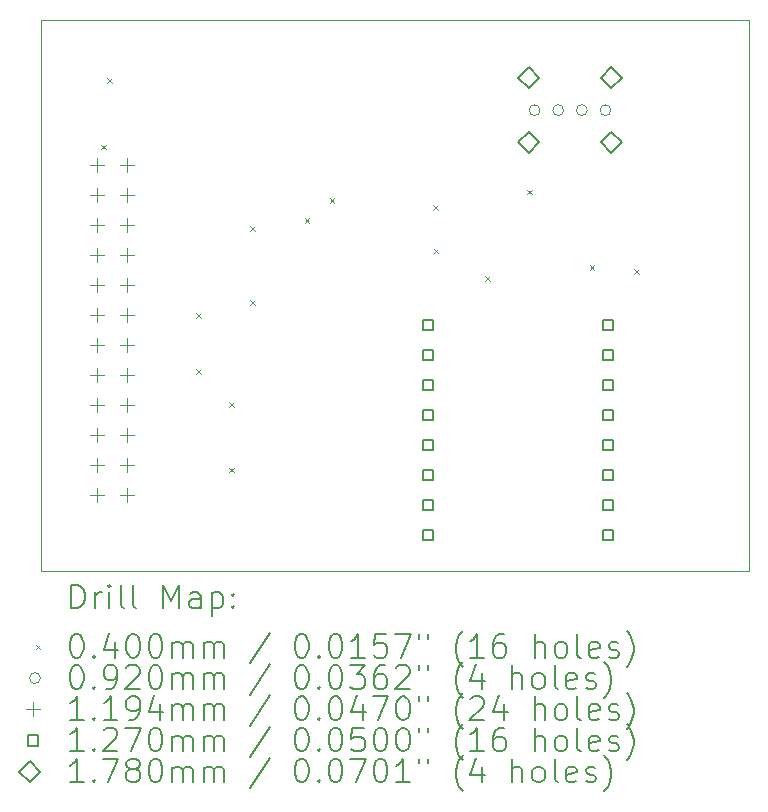
<source format=gbr>
%TF.GenerationSoftware,KiCad,Pcbnew,8.0.9-4-gd7388e2a70*%
%TF.CreationDate,2025-04-15T12:07:21-05:00*%
%TF.ProjectId,test_board,74657374-5f62-46f6-9172-642e6b696361,rev?*%
%TF.SameCoordinates,Original*%
%TF.FileFunction,Drillmap*%
%TF.FilePolarity,Positive*%
%FSLAX45Y45*%
G04 Gerber Fmt 4.5, Leading zero omitted, Abs format (unit mm)*
G04 Created by KiCad (PCBNEW 8.0.9-4-gd7388e2a70) date 2025-04-15 12:07:21*
%MOMM*%
%LPD*%
G01*
G04 APERTURE LIST*
%ADD10C,0.100000*%
%ADD11C,0.200000*%
%ADD12C,0.119380*%
%ADD13C,0.127000*%
%ADD14C,0.178000*%
G04 APERTURE END LIST*
D10*
X11512000Y-4140000D02*
X17510000Y-4140000D01*
X17510000Y-8807000D01*
X11512000Y-8807000D01*
X11512000Y-4140000D01*
D11*
D10*
X12020000Y-5200000D02*
X12060000Y-5240000D01*
X12060000Y-5200000D02*
X12020000Y-5240000D01*
X12070000Y-4637000D02*
X12110000Y-4677000D01*
X12110000Y-4637000D02*
X12070000Y-4677000D01*
X12824000Y-6623000D02*
X12864000Y-6663000D01*
X12864000Y-6623000D02*
X12824000Y-6663000D01*
X12825000Y-7099000D02*
X12865000Y-7139000D01*
X12865000Y-7099000D02*
X12825000Y-7139000D01*
X13105000Y-7380000D02*
X13145000Y-7420000D01*
X13145000Y-7380000D02*
X13105000Y-7420000D01*
X13106000Y-7934000D02*
X13146000Y-7974000D01*
X13146000Y-7934000D02*
X13106000Y-7974000D01*
X13280500Y-5892000D02*
X13320500Y-5932000D01*
X13320500Y-5892000D02*
X13280500Y-5932000D01*
X13281000Y-6517000D02*
X13321000Y-6557000D01*
X13321000Y-6517000D02*
X13281000Y-6557000D01*
X13744000Y-5822000D02*
X13784000Y-5862000D01*
X13784000Y-5822000D02*
X13744000Y-5862000D01*
X13957000Y-5652000D02*
X13997000Y-5692000D01*
X13997000Y-5652000D02*
X13957000Y-5692000D01*
X14835000Y-5712000D02*
X14875000Y-5752000D01*
X14875000Y-5712000D02*
X14835000Y-5752000D01*
X14837000Y-6080000D02*
X14877000Y-6120000D01*
X14877000Y-6080000D02*
X14837000Y-6120000D01*
X15272000Y-6312000D02*
X15312000Y-6352000D01*
X15312000Y-6312000D02*
X15272000Y-6352000D01*
X15630000Y-5580000D02*
X15670000Y-5620000D01*
X15670000Y-5580000D02*
X15630000Y-5620000D01*
X16158000Y-6222000D02*
X16198000Y-6262000D01*
X16198000Y-6222000D02*
X16158000Y-6262000D01*
X16533000Y-6256000D02*
X16573000Y-6296000D01*
X16573000Y-6256000D02*
X16533000Y-6296000D01*
X15737285Y-4906765D02*
G75*
G02*
X15645285Y-4906765I-46000J0D01*
G01*
X15645285Y-4906765D02*
G75*
G02*
X15737285Y-4906765I46000J0D01*
G01*
X15937285Y-4906765D02*
G75*
G02*
X15845285Y-4906765I-46000J0D01*
G01*
X15845285Y-4906765D02*
G75*
G02*
X15937285Y-4906765I46000J0D01*
G01*
X16137285Y-4906765D02*
G75*
G02*
X16045285Y-4906765I-46000J0D01*
G01*
X16045285Y-4906765D02*
G75*
G02*
X16137285Y-4906765I46000J0D01*
G01*
X16337285Y-4906765D02*
G75*
G02*
X16245285Y-4906765I-46000J0D01*
G01*
X16245285Y-4906765D02*
G75*
G02*
X16337285Y-4906765I46000J0D01*
G01*
D12*
X11986810Y-5313970D02*
X11986810Y-5433350D01*
X11927120Y-5373660D02*
X12046500Y-5373660D01*
X11986810Y-5567970D02*
X11986810Y-5687350D01*
X11927120Y-5627660D02*
X12046500Y-5627660D01*
X11986810Y-5821970D02*
X11986810Y-5941350D01*
X11927120Y-5881660D02*
X12046500Y-5881660D01*
X11986810Y-6075970D02*
X11986810Y-6195350D01*
X11927120Y-6135660D02*
X12046500Y-6135660D01*
X11986810Y-6329970D02*
X11986810Y-6449350D01*
X11927120Y-6389660D02*
X12046500Y-6389660D01*
X11986810Y-6583970D02*
X11986810Y-6703350D01*
X11927120Y-6643660D02*
X12046500Y-6643660D01*
X11986810Y-6837970D02*
X11986810Y-6957350D01*
X11927120Y-6897660D02*
X12046500Y-6897660D01*
X11986810Y-7091970D02*
X11986810Y-7211350D01*
X11927120Y-7151660D02*
X12046500Y-7151660D01*
X11986810Y-7345970D02*
X11986810Y-7465350D01*
X11927120Y-7405660D02*
X12046500Y-7405660D01*
X11986810Y-7599970D02*
X11986810Y-7719350D01*
X11927120Y-7659660D02*
X12046500Y-7659660D01*
X11986810Y-7853970D02*
X11986810Y-7973350D01*
X11927120Y-7913660D02*
X12046500Y-7913660D01*
X11986810Y-8107970D02*
X11986810Y-8227350D01*
X11927120Y-8167660D02*
X12046500Y-8167660D01*
X12240810Y-5313970D02*
X12240810Y-5433350D01*
X12181120Y-5373660D02*
X12300500Y-5373660D01*
X12240810Y-5567970D02*
X12240810Y-5687350D01*
X12181120Y-5627660D02*
X12300500Y-5627660D01*
X12240810Y-5821970D02*
X12240810Y-5941350D01*
X12181120Y-5881660D02*
X12300500Y-5881660D01*
X12240810Y-6075970D02*
X12240810Y-6195350D01*
X12181120Y-6135660D02*
X12300500Y-6135660D01*
X12240810Y-6329970D02*
X12240810Y-6449350D01*
X12181120Y-6389660D02*
X12300500Y-6389660D01*
X12240810Y-6583970D02*
X12240810Y-6703350D01*
X12181120Y-6643660D02*
X12300500Y-6643660D01*
X12240810Y-6837970D02*
X12240810Y-6957350D01*
X12181120Y-6897660D02*
X12300500Y-6897660D01*
X12240810Y-7091970D02*
X12240810Y-7211350D01*
X12181120Y-7151660D02*
X12300500Y-7151660D01*
X12240810Y-7345970D02*
X12240810Y-7465350D01*
X12181120Y-7405660D02*
X12300500Y-7405660D01*
X12240810Y-7599970D02*
X12240810Y-7719350D01*
X12181120Y-7659660D02*
X12300500Y-7659660D01*
X12240810Y-7853970D02*
X12240810Y-7973350D01*
X12181120Y-7913660D02*
X12300500Y-7913660D01*
X12240810Y-8107970D02*
X12240810Y-8227350D01*
X12181120Y-8167660D02*
X12300500Y-8167660D01*
D13*
X14833902Y-6771902D02*
X14833902Y-6682098D01*
X14744098Y-6682098D01*
X14744098Y-6771902D01*
X14833902Y-6771902D01*
X14833902Y-7025902D02*
X14833902Y-6936098D01*
X14744098Y-6936098D01*
X14744098Y-7025902D01*
X14833902Y-7025902D01*
X14833902Y-7279902D02*
X14833902Y-7190098D01*
X14744098Y-7190098D01*
X14744098Y-7279902D01*
X14833902Y-7279902D01*
X14833902Y-7533902D02*
X14833902Y-7444098D01*
X14744098Y-7444098D01*
X14744098Y-7533902D01*
X14833902Y-7533902D01*
X14833902Y-7787902D02*
X14833902Y-7698098D01*
X14744098Y-7698098D01*
X14744098Y-7787902D01*
X14833902Y-7787902D01*
X14833902Y-8041902D02*
X14833902Y-7952098D01*
X14744098Y-7952098D01*
X14744098Y-8041902D01*
X14833902Y-8041902D01*
X14833902Y-8295902D02*
X14833902Y-8206098D01*
X14744098Y-8206098D01*
X14744098Y-8295902D01*
X14833902Y-8295902D01*
X14833902Y-8549902D02*
X14833902Y-8460098D01*
X14744098Y-8460098D01*
X14744098Y-8549902D01*
X14833902Y-8549902D01*
X16357902Y-6771902D02*
X16357902Y-6682098D01*
X16268098Y-6682098D01*
X16268098Y-6771902D01*
X16357902Y-6771902D01*
X16357902Y-7025902D02*
X16357902Y-6936098D01*
X16268098Y-6936098D01*
X16268098Y-7025902D01*
X16357902Y-7025902D01*
X16357902Y-7279902D02*
X16357902Y-7190098D01*
X16268098Y-7190098D01*
X16268098Y-7279902D01*
X16357902Y-7279902D01*
X16357902Y-7533902D02*
X16357902Y-7444098D01*
X16268098Y-7444098D01*
X16268098Y-7533902D01*
X16357902Y-7533902D01*
X16357902Y-7787902D02*
X16357902Y-7698098D01*
X16268098Y-7698098D01*
X16268098Y-7787902D01*
X16357902Y-7787902D01*
X16357902Y-8041902D02*
X16357902Y-7952098D01*
X16268098Y-7952098D01*
X16268098Y-8041902D01*
X16357902Y-8041902D01*
X16357902Y-8295902D02*
X16357902Y-8206098D01*
X16268098Y-8206098D01*
X16268098Y-8295902D01*
X16357902Y-8295902D01*
X16357902Y-8549902D02*
X16357902Y-8460098D01*
X16268098Y-8460098D01*
X16268098Y-8549902D01*
X16357902Y-8549902D01*
D14*
X15641285Y-4723765D02*
X15730285Y-4634765D01*
X15641285Y-4545765D01*
X15552285Y-4634765D01*
X15641285Y-4723765D01*
X15641285Y-5267765D02*
X15730285Y-5178765D01*
X15641285Y-5089765D01*
X15552285Y-5178765D01*
X15641285Y-5267765D01*
X16341285Y-4723765D02*
X16430285Y-4634765D01*
X16341285Y-4545765D01*
X16252285Y-4634765D01*
X16341285Y-4723765D01*
X16341285Y-5267765D02*
X16430285Y-5178765D01*
X16341285Y-5089765D01*
X16252285Y-5178765D01*
X16341285Y-5267765D01*
D11*
X11767777Y-9123484D02*
X11767777Y-8923484D01*
X11767777Y-8923484D02*
X11815396Y-8923484D01*
X11815396Y-8923484D02*
X11843967Y-8933008D01*
X11843967Y-8933008D02*
X11863015Y-8952055D01*
X11863015Y-8952055D02*
X11872539Y-8971103D01*
X11872539Y-8971103D02*
X11882062Y-9009198D01*
X11882062Y-9009198D02*
X11882062Y-9037770D01*
X11882062Y-9037770D02*
X11872539Y-9075865D01*
X11872539Y-9075865D02*
X11863015Y-9094912D01*
X11863015Y-9094912D02*
X11843967Y-9113960D01*
X11843967Y-9113960D02*
X11815396Y-9123484D01*
X11815396Y-9123484D02*
X11767777Y-9123484D01*
X11967777Y-9123484D02*
X11967777Y-8990150D01*
X11967777Y-9028246D02*
X11977301Y-9009198D01*
X11977301Y-9009198D02*
X11986824Y-8999674D01*
X11986824Y-8999674D02*
X12005872Y-8990150D01*
X12005872Y-8990150D02*
X12024920Y-8990150D01*
X12091586Y-9123484D02*
X12091586Y-8990150D01*
X12091586Y-8923484D02*
X12082062Y-8933008D01*
X12082062Y-8933008D02*
X12091586Y-8942531D01*
X12091586Y-8942531D02*
X12101110Y-8933008D01*
X12101110Y-8933008D02*
X12091586Y-8923484D01*
X12091586Y-8923484D02*
X12091586Y-8942531D01*
X12215396Y-9123484D02*
X12196348Y-9113960D01*
X12196348Y-9113960D02*
X12186824Y-9094912D01*
X12186824Y-9094912D02*
X12186824Y-8923484D01*
X12320158Y-9123484D02*
X12301110Y-9113960D01*
X12301110Y-9113960D02*
X12291586Y-9094912D01*
X12291586Y-9094912D02*
X12291586Y-8923484D01*
X12548729Y-9123484D02*
X12548729Y-8923484D01*
X12548729Y-8923484D02*
X12615396Y-9066341D01*
X12615396Y-9066341D02*
X12682062Y-8923484D01*
X12682062Y-8923484D02*
X12682062Y-9123484D01*
X12863015Y-9123484D02*
X12863015Y-9018722D01*
X12863015Y-9018722D02*
X12853491Y-8999674D01*
X12853491Y-8999674D02*
X12834443Y-8990150D01*
X12834443Y-8990150D02*
X12796348Y-8990150D01*
X12796348Y-8990150D02*
X12777301Y-8999674D01*
X12863015Y-9113960D02*
X12843967Y-9123484D01*
X12843967Y-9123484D02*
X12796348Y-9123484D01*
X12796348Y-9123484D02*
X12777301Y-9113960D01*
X12777301Y-9113960D02*
X12767777Y-9094912D01*
X12767777Y-9094912D02*
X12767777Y-9075865D01*
X12767777Y-9075865D02*
X12777301Y-9056817D01*
X12777301Y-9056817D02*
X12796348Y-9047293D01*
X12796348Y-9047293D02*
X12843967Y-9047293D01*
X12843967Y-9047293D02*
X12863015Y-9037770D01*
X12958253Y-8990150D02*
X12958253Y-9190150D01*
X12958253Y-8999674D02*
X12977301Y-8990150D01*
X12977301Y-8990150D02*
X13015396Y-8990150D01*
X13015396Y-8990150D02*
X13034443Y-8999674D01*
X13034443Y-8999674D02*
X13043967Y-9009198D01*
X13043967Y-9009198D02*
X13053491Y-9028246D01*
X13053491Y-9028246D02*
X13053491Y-9085389D01*
X13053491Y-9085389D02*
X13043967Y-9104436D01*
X13043967Y-9104436D02*
X13034443Y-9113960D01*
X13034443Y-9113960D02*
X13015396Y-9123484D01*
X13015396Y-9123484D02*
X12977301Y-9123484D01*
X12977301Y-9123484D02*
X12958253Y-9113960D01*
X13139205Y-9104436D02*
X13148729Y-9113960D01*
X13148729Y-9113960D02*
X13139205Y-9123484D01*
X13139205Y-9123484D02*
X13129682Y-9113960D01*
X13129682Y-9113960D02*
X13139205Y-9104436D01*
X13139205Y-9104436D02*
X13139205Y-9123484D01*
X13139205Y-8999674D02*
X13148729Y-9009198D01*
X13148729Y-9009198D02*
X13139205Y-9018722D01*
X13139205Y-9018722D02*
X13129682Y-9009198D01*
X13129682Y-9009198D02*
X13139205Y-8999674D01*
X13139205Y-8999674D02*
X13139205Y-9018722D01*
D10*
X11467000Y-9432000D02*
X11507000Y-9472000D01*
X11507000Y-9432000D02*
X11467000Y-9472000D01*
D11*
X11805872Y-9343484D02*
X11824920Y-9343484D01*
X11824920Y-9343484D02*
X11843967Y-9353008D01*
X11843967Y-9353008D02*
X11853491Y-9362531D01*
X11853491Y-9362531D02*
X11863015Y-9381579D01*
X11863015Y-9381579D02*
X11872539Y-9419674D01*
X11872539Y-9419674D02*
X11872539Y-9467293D01*
X11872539Y-9467293D02*
X11863015Y-9505389D01*
X11863015Y-9505389D02*
X11853491Y-9524436D01*
X11853491Y-9524436D02*
X11843967Y-9533960D01*
X11843967Y-9533960D02*
X11824920Y-9543484D01*
X11824920Y-9543484D02*
X11805872Y-9543484D01*
X11805872Y-9543484D02*
X11786824Y-9533960D01*
X11786824Y-9533960D02*
X11777301Y-9524436D01*
X11777301Y-9524436D02*
X11767777Y-9505389D01*
X11767777Y-9505389D02*
X11758253Y-9467293D01*
X11758253Y-9467293D02*
X11758253Y-9419674D01*
X11758253Y-9419674D02*
X11767777Y-9381579D01*
X11767777Y-9381579D02*
X11777301Y-9362531D01*
X11777301Y-9362531D02*
X11786824Y-9353008D01*
X11786824Y-9353008D02*
X11805872Y-9343484D01*
X11958253Y-9524436D02*
X11967777Y-9533960D01*
X11967777Y-9533960D02*
X11958253Y-9543484D01*
X11958253Y-9543484D02*
X11948729Y-9533960D01*
X11948729Y-9533960D02*
X11958253Y-9524436D01*
X11958253Y-9524436D02*
X11958253Y-9543484D01*
X12139205Y-9410150D02*
X12139205Y-9543484D01*
X12091586Y-9333960D02*
X12043967Y-9476817D01*
X12043967Y-9476817D02*
X12167777Y-9476817D01*
X12282062Y-9343484D02*
X12301110Y-9343484D01*
X12301110Y-9343484D02*
X12320158Y-9353008D01*
X12320158Y-9353008D02*
X12329682Y-9362531D01*
X12329682Y-9362531D02*
X12339205Y-9381579D01*
X12339205Y-9381579D02*
X12348729Y-9419674D01*
X12348729Y-9419674D02*
X12348729Y-9467293D01*
X12348729Y-9467293D02*
X12339205Y-9505389D01*
X12339205Y-9505389D02*
X12329682Y-9524436D01*
X12329682Y-9524436D02*
X12320158Y-9533960D01*
X12320158Y-9533960D02*
X12301110Y-9543484D01*
X12301110Y-9543484D02*
X12282062Y-9543484D01*
X12282062Y-9543484D02*
X12263015Y-9533960D01*
X12263015Y-9533960D02*
X12253491Y-9524436D01*
X12253491Y-9524436D02*
X12243967Y-9505389D01*
X12243967Y-9505389D02*
X12234443Y-9467293D01*
X12234443Y-9467293D02*
X12234443Y-9419674D01*
X12234443Y-9419674D02*
X12243967Y-9381579D01*
X12243967Y-9381579D02*
X12253491Y-9362531D01*
X12253491Y-9362531D02*
X12263015Y-9353008D01*
X12263015Y-9353008D02*
X12282062Y-9343484D01*
X12472539Y-9343484D02*
X12491586Y-9343484D01*
X12491586Y-9343484D02*
X12510634Y-9353008D01*
X12510634Y-9353008D02*
X12520158Y-9362531D01*
X12520158Y-9362531D02*
X12529682Y-9381579D01*
X12529682Y-9381579D02*
X12539205Y-9419674D01*
X12539205Y-9419674D02*
X12539205Y-9467293D01*
X12539205Y-9467293D02*
X12529682Y-9505389D01*
X12529682Y-9505389D02*
X12520158Y-9524436D01*
X12520158Y-9524436D02*
X12510634Y-9533960D01*
X12510634Y-9533960D02*
X12491586Y-9543484D01*
X12491586Y-9543484D02*
X12472539Y-9543484D01*
X12472539Y-9543484D02*
X12453491Y-9533960D01*
X12453491Y-9533960D02*
X12443967Y-9524436D01*
X12443967Y-9524436D02*
X12434443Y-9505389D01*
X12434443Y-9505389D02*
X12424920Y-9467293D01*
X12424920Y-9467293D02*
X12424920Y-9419674D01*
X12424920Y-9419674D02*
X12434443Y-9381579D01*
X12434443Y-9381579D02*
X12443967Y-9362531D01*
X12443967Y-9362531D02*
X12453491Y-9353008D01*
X12453491Y-9353008D02*
X12472539Y-9343484D01*
X12624920Y-9543484D02*
X12624920Y-9410150D01*
X12624920Y-9429198D02*
X12634443Y-9419674D01*
X12634443Y-9419674D02*
X12653491Y-9410150D01*
X12653491Y-9410150D02*
X12682063Y-9410150D01*
X12682063Y-9410150D02*
X12701110Y-9419674D01*
X12701110Y-9419674D02*
X12710634Y-9438722D01*
X12710634Y-9438722D02*
X12710634Y-9543484D01*
X12710634Y-9438722D02*
X12720158Y-9419674D01*
X12720158Y-9419674D02*
X12739205Y-9410150D01*
X12739205Y-9410150D02*
X12767777Y-9410150D01*
X12767777Y-9410150D02*
X12786824Y-9419674D01*
X12786824Y-9419674D02*
X12796348Y-9438722D01*
X12796348Y-9438722D02*
X12796348Y-9543484D01*
X12891586Y-9543484D02*
X12891586Y-9410150D01*
X12891586Y-9429198D02*
X12901110Y-9419674D01*
X12901110Y-9419674D02*
X12920158Y-9410150D01*
X12920158Y-9410150D02*
X12948729Y-9410150D01*
X12948729Y-9410150D02*
X12967777Y-9419674D01*
X12967777Y-9419674D02*
X12977301Y-9438722D01*
X12977301Y-9438722D02*
X12977301Y-9543484D01*
X12977301Y-9438722D02*
X12986824Y-9419674D01*
X12986824Y-9419674D02*
X13005872Y-9410150D01*
X13005872Y-9410150D02*
X13034443Y-9410150D01*
X13034443Y-9410150D02*
X13053491Y-9419674D01*
X13053491Y-9419674D02*
X13063015Y-9438722D01*
X13063015Y-9438722D02*
X13063015Y-9543484D01*
X13453491Y-9333960D02*
X13282063Y-9591103D01*
X13710634Y-9343484D02*
X13729682Y-9343484D01*
X13729682Y-9343484D02*
X13748729Y-9353008D01*
X13748729Y-9353008D02*
X13758253Y-9362531D01*
X13758253Y-9362531D02*
X13767777Y-9381579D01*
X13767777Y-9381579D02*
X13777301Y-9419674D01*
X13777301Y-9419674D02*
X13777301Y-9467293D01*
X13777301Y-9467293D02*
X13767777Y-9505389D01*
X13767777Y-9505389D02*
X13758253Y-9524436D01*
X13758253Y-9524436D02*
X13748729Y-9533960D01*
X13748729Y-9533960D02*
X13729682Y-9543484D01*
X13729682Y-9543484D02*
X13710634Y-9543484D01*
X13710634Y-9543484D02*
X13691586Y-9533960D01*
X13691586Y-9533960D02*
X13682063Y-9524436D01*
X13682063Y-9524436D02*
X13672539Y-9505389D01*
X13672539Y-9505389D02*
X13663015Y-9467293D01*
X13663015Y-9467293D02*
X13663015Y-9419674D01*
X13663015Y-9419674D02*
X13672539Y-9381579D01*
X13672539Y-9381579D02*
X13682063Y-9362531D01*
X13682063Y-9362531D02*
X13691586Y-9353008D01*
X13691586Y-9353008D02*
X13710634Y-9343484D01*
X13863015Y-9524436D02*
X13872539Y-9533960D01*
X13872539Y-9533960D02*
X13863015Y-9543484D01*
X13863015Y-9543484D02*
X13853491Y-9533960D01*
X13853491Y-9533960D02*
X13863015Y-9524436D01*
X13863015Y-9524436D02*
X13863015Y-9543484D01*
X13996348Y-9343484D02*
X14015396Y-9343484D01*
X14015396Y-9343484D02*
X14034444Y-9353008D01*
X14034444Y-9353008D02*
X14043967Y-9362531D01*
X14043967Y-9362531D02*
X14053491Y-9381579D01*
X14053491Y-9381579D02*
X14063015Y-9419674D01*
X14063015Y-9419674D02*
X14063015Y-9467293D01*
X14063015Y-9467293D02*
X14053491Y-9505389D01*
X14053491Y-9505389D02*
X14043967Y-9524436D01*
X14043967Y-9524436D02*
X14034444Y-9533960D01*
X14034444Y-9533960D02*
X14015396Y-9543484D01*
X14015396Y-9543484D02*
X13996348Y-9543484D01*
X13996348Y-9543484D02*
X13977301Y-9533960D01*
X13977301Y-9533960D02*
X13967777Y-9524436D01*
X13967777Y-9524436D02*
X13958253Y-9505389D01*
X13958253Y-9505389D02*
X13948729Y-9467293D01*
X13948729Y-9467293D02*
X13948729Y-9419674D01*
X13948729Y-9419674D02*
X13958253Y-9381579D01*
X13958253Y-9381579D02*
X13967777Y-9362531D01*
X13967777Y-9362531D02*
X13977301Y-9353008D01*
X13977301Y-9353008D02*
X13996348Y-9343484D01*
X14253491Y-9543484D02*
X14139206Y-9543484D01*
X14196348Y-9543484D02*
X14196348Y-9343484D01*
X14196348Y-9343484D02*
X14177301Y-9372055D01*
X14177301Y-9372055D02*
X14158253Y-9391103D01*
X14158253Y-9391103D02*
X14139206Y-9400627D01*
X14434444Y-9343484D02*
X14339206Y-9343484D01*
X14339206Y-9343484D02*
X14329682Y-9438722D01*
X14329682Y-9438722D02*
X14339206Y-9429198D01*
X14339206Y-9429198D02*
X14358253Y-9419674D01*
X14358253Y-9419674D02*
X14405872Y-9419674D01*
X14405872Y-9419674D02*
X14424920Y-9429198D01*
X14424920Y-9429198D02*
X14434444Y-9438722D01*
X14434444Y-9438722D02*
X14443967Y-9457770D01*
X14443967Y-9457770D02*
X14443967Y-9505389D01*
X14443967Y-9505389D02*
X14434444Y-9524436D01*
X14434444Y-9524436D02*
X14424920Y-9533960D01*
X14424920Y-9533960D02*
X14405872Y-9543484D01*
X14405872Y-9543484D02*
X14358253Y-9543484D01*
X14358253Y-9543484D02*
X14339206Y-9533960D01*
X14339206Y-9533960D02*
X14329682Y-9524436D01*
X14510634Y-9343484D02*
X14643967Y-9343484D01*
X14643967Y-9343484D02*
X14558253Y-9543484D01*
X14710634Y-9343484D02*
X14710634Y-9381579D01*
X14786825Y-9343484D02*
X14786825Y-9381579D01*
X15082063Y-9619674D02*
X15072539Y-9610150D01*
X15072539Y-9610150D02*
X15053491Y-9581579D01*
X15053491Y-9581579D02*
X15043968Y-9562531D01*
X15043968Y-9562531D02*
X15034444Y-9533960D01*
X15034444Y-9533960D02*
X15024920Y-9486341D01*
X15024920Y-9486341D02*
X15024920Y-9448246D01*
X15024920Y-9448246D02*
X15034444Y-9400627D01*
X15034444Y-9400627D02*
X15043968Y-9372055D01*
X15043968Y-9372055D02*
X15053491Y-9353008D01*
X15053491Y-9353008D02*
X15072539Y-9324436D01*
X15072539Y-9324436D02*
X15082063Y-9314912D01*
X15263015Y-9543484D02*
X15148729Y-9543484D01*
X15205872Y-9543484D02*
X15205872Y-9343484D01*
X15205872Y-9343484D02*
X15186825Y-9372055D01*
X15186825Y-9372055D02*
X15167777Y-9391103D01*
X15167777Y-9391103D02*
X15148729Y-9400627D01*
X15434444Y-9343484D02*
X15396348Y-9343484D01*
X15396348Y-9343484D02*
X15377301Y-9353008D01*
X15377301Y-9353008D02*
X15367777Y-9362531D01*
X15367777Y-9362531D02*
X15348729Y-9391103D01*
X15348729Y-9391103D02*
X15339206Y-9429198D01*
X15339206Y-9429198D02*
X15339206Y-9505389D01*
X15339206Y-9505389D02*
X15348729Y-9524436D01*
X15348729Y-9524436D02*
X15358253Y-9533960D01*
X15358253Y-9533960D02*
X15377301Y-9543484D01*
X15377301Y-9543484D02*
X15415396Y-9543484D01*
X15415396Y-9543484D02*
X15434444Y-9533960D01*
X15434444Y-9533960D02*
X15443968Y-9524436D01*
X15443968Y-9524436D02*
X15453491Y-9505389D01*
X15453491Y-9505389D02*
X15453491Y-9457770D01*
X15453491Y-9457770D02*
X15443968Y-9438722D01*
X15443968Y-9438722D02*
X15434444Y-9429198D01*
X15434444Y-9429198D02*
X15415396Y-9419674D01*
X15415396Y-9419674D02*
X15377301Y-9419674D01*
X15377301Y-9419674D02*
X15358253Y-9429198D01*
X15358253Y-9429198D02*
X15348729Y-9438722D01*
X15348729Y-9438722D02*
X15339206Y-9457770D01*
X15691587Y-9543484D02*
X15691587Y-9343484D01*
X15777301Y-9543484D02*
X15777301Y-9438722D01*
X15777301Y-9438722D02*
X15767777Y-9419674D01*
X15767777Y-9419674D02*
X15748730Y-9410150D01*
X15748730Y-9410150D02*
X15720158Y-9410150D01*
X15720158Y-9410150D02*
X15701110Y-9419674D01*
X15701110Y-9419674D02*
X15691587Y-9429198D01*
X15901110Y-9543484D02*
X15882063Y-9533960D01*
X15882063Y-9533960D02*
X15872539Y-9524436D01*
X15872539Y-9524436D02*
X15863015Y-9505389D01*
X15863015Y-9505389D02*
X15863015Y-9448246D01*
X15863015Y-9448246D02*
X15872539Y-9429198D01*
X15872539Y-9429198D02*
X15882063Y-9419674D01*
X15882063Y-9419674D02*
X15901110Y-9410150D01*
X15901110Y-9410150D02*
X15929682Y-9410150D01*
X15929682Y-9410150D02*
X15948730Y-9419674D01*
X15948730Y-9419674D02*
X15958253Y-9429198D01*
X15958253Y-9429198D02*
X15967777Y-9448246D01*
X15967777Y-9448246D02*
X15967777Y-9505389D01*
X15967777Y-9505389D02*
X15958253Y-9524436D01*
X15958253Y-9524436D02*
X15948730Y-9533960D01*
X15948730Y-9533960D02*
X15929682Y-9543484D01*
X15929682Y-9543484D02*
X15901110Y-9543484D01*
X16082063Y-9543484D02*
X16063015Y-9533960D01*
X16063015Y-9533960D02*
X16053491Y-9514912D01*
X16053491Y-9514912D02*
X16053491Y-9343484D01*
X16234444Y-9533960D02*
X16215396Y-9543484D01*
X16215396Y-9543484D02*
X16177301Y-9543484D01*
X16177301Y-9543484D02*
X16158253Y-9533960D01*
X16158253Y-9533960D02*
X16148730Y-9514912D01*
X16148730Y-9514912D02*
X16148730Y-9438722D01*
X16148730Y-9438722D02*
X16158253Y-9419674D01*
X16158253Y-9419674D02*
X16177301Y-9410150D01*
X16177301Y-9410150D02*
X16215396Y-9410150D01*
X16215396Y-9410150D02*
X16234444Y-9419674D01*
X16234444Y-9419674D02*
X16243968Y-9438722D01*
X16243968Y-9438722D02*
X16243968Y-9457770D01*
X16243968Y-9457770D02*
X16148730Y-9476817D01*
X16320158Y-9533960D02*
X16339206Y-9543484D01*
X16339206Y-9543484D02*
X16377301Y-9543484D01*
X16377301Y-9543484D02*
X16396349Y-9533960D01*
X16396349Y-9533960D02*
X16405872Y-9514912D01*
X16405872Y-9514912D02*
X16405872Y-9505389D01*
X16405872Y-9505389D02*
X16396349Y-9486341D01*
X16396349Y-9486341D02*
X16377301Y-9476817D01*
X16377301Y-9476817D02*
X16348730Y-9476817D01*
X16348730Y-9476817D02*
X16329682Y-9467293D01*
X16329682Y-9467293D02*
X16320158Y-9448246D01*
X16320158Y-9448246D02*
X16320158Y-9438722D01*
X16320158Y-9438722D02*
X16329682Y-9419674D01*
X16329682Y-9419674D02*
X16348730Y-9410150D01*
X16348730Y-9410150D02*
X16377301Y-9410150D01*
X16377301Y-9410150D02*
X16396349Y-9419674D01*
X16472539Y-9619674D02*
X16482063Y-9610150D01*
X16482063Y-9610150D02*
X16501111Y-9581579D01*
X16501111Y-9581579D02*
X16510634Y-9562531D01*
X16510634Y-9562531D02*
X16520158Y-9533960D01*
X16520158Y-9533960D02*
X16529682Y-9486341D01*
X16529682Y-9486341D02*
X16529682Y-9448246D01*
X16529682Y-9448246D02*
X16520158Y-9400627D01*
X16520158Y-9400627D02*
X16510634Y-9372055D01*
X16510634Y-9372055D02*
X16501111Y-9353008D01*
X16501111Y-9353008D02*
X16482063Y-9324436D01*
X16482063Y-9324436D02*
X16472539Y-9314912D01*
D10*
X11507000Y-9716000D02*
G75*
G02*
X11415000Y-9716000I-46000J0D01*
G01*
X11415000Y-9716000D02*
G75*
G02*
X11507000Y-9716000I46000J0D01*
G01*
D11*
X11805872Y-9607484D02*
X11824920Y-9607484D01*
X11824920Y-9607484D02*
X11843967Y-9617008D01*
X11843967Y-9617008D02*
X11853491Y-9626531D01*
X11853491Y-9626531D02*
X11863015Y-9645579D01*
X11863015Y-9645579D02*
X11872539Y-9683674D01*
X11872539Y-9683674D02*
X11872539Y-9731293D01*
X11872539Y-9731293D02*
X11863015Y-9769389D01*
X11863015Y-9769389D02*
X11853491Y-9788436D01*
X11853491Y-9788436D02*
X11843967Y-9797960D01*
X11843967Y-9797960D02*
X11824920Y-9807484D01*
X11824920Y-9807484D02*
X11805872Y-9807484D01*
X11805872Y-9807484D02*
X11786824Y-9797960D01*
X11786824Y-9797960D02*
X11777301Y-9788436D01*
X11777301Y-9788436D02*
X11767777Y-9769389D01*
X11767777Y-9769389D02*
X11758253Y-9731293D01*
X11758253Y-9731293D02*
X11758253Y-9683674D01*
X11758253Y-9683674D02*
X11767777Y-9645579D01*
X11767777Y-9645579D02*
X11777301Y-9626531D01*
X11777301Y-9626531D02*
X11786824Y-9617008D01*
X11786824Y-9617008D02*
X11805872Y-9607484D01*
X11958253Y-9788436D02*
X11967777Y-9797960D01*
X11967777Y-9797960D02*
X11958253Y-9807484D01*
X11958253Y-9807484D02*
X11948729Y-9797960D01*
X11948729Y-9797960D02*
X11958253Y-9788436D01*
X11958253Y-9788436D02*
X11958253Y-9807484D01*
X12063015Y-9807484D02*
X12101110Y-9807484D01*
X12101110Y-9807484D02*
X12120158Y-9797960D01*
X12120158Y-9797960D02*
X12129682Y-9788436D01*
X12129682Y-9788436D02*
X12148729Y-9759865D01*
X12148729Y-9759865D02*
X12158253Y-9721770D01*
X12158253Y-9721770D02*
X12158253Y-9645579D01*
X12158253Y-9645579D02*
X12148729Y-9626531D01*
X12148729Y-9626531D02*
X12139205Y-9617008D01*
X12139205Y-9617008D02*
X12120158Y-9607484D01*
X12120158Y-9607484D02*
X12082062Y-9607484D01*
X12082062Y-9607484D02*
X12063015Y-9617008D01*
X12063015Y-9617008D02*
X12053491Y-9626531D01*
X12053491Y-9626531D02*
X12043967Y-9645579D01*
X12043967Y-9645579D02*
X12043967Y-9693198D01*
X12043967Y-9693198D02*
X12053491Y-9712246D01*
X12053491Y-9712246D02*
X12063015Y-9721770D01*
X12063015Y-9721770D02*
X12082062Y-9731293D01*
X12082062Y-9731293D02*
X12120158Y-9731293D01*
X12120158Y-9731293D02*
X12139205Y-9721770D01*
X12139205Y-9721770D02*
X12148729Y-9712246D01*
X12148729Y-9712246D02*
X12158253Y-9693198D01*
X12234443Y-9626531D02*
X12243967Y-9617008D01*
X12243967Y-9617008D02*
X12263015Y-9607484D01*
X12263015Y-9607484D02*
X12310634Y-9607484D01*
X12310634Y-9607484D02*
X12329682Y-9617008D01*
X12329682Y-9617008D02*
X12339205Y-9626531D01*
X12339205Y-9626531D02*
X12348729Y-9645579D01*
X12348729Y-9645579D02*
X12348729Y-9664627D01*
X12348729Y-9664627D02*
X12339205Y-9693198D01*
X12339205Y-9693198D02*
X12224920Y-9807484D01*
X12224920Y-9807484D02*
X12348729Y-9807484D01*
X12472539Y-9607484D02*
X12491586Y-9607484D01*
X12491586Y-9607484D02*
X12510634Y-9617008D01*
X12510634Y-9617008D02*
X12520158Y-9626531D01*
X12520158Y-9626531D02*
X12529682Y-9645579D01*
X12529682Y-9645579D02*
X12539205Y-9683674D01*
X12539205Y-9683674D02*
X12539205Y-9731293D01*
X12539205Y-9731293D02*
X12529682Y-9769389D01*
X12529682Y-9769389D02*
X12520158Y-9788436D01*
X12520158Y-9788436D02*
X12510634Y-9797960D01*
X12510634Y-9797960D02*
X12491586Y-9807484D01*
X12491586Y-9807484D02*
X12472539Y-9807484D01*
X12472539Y-9807484D02*
X12453491Y-9797960D01*
X12453491Y-9797960D02*
X12443967Y-9788436D01*
X12443967Y-9788436D02*
X12434443Y-9769389D01*
X12434443Y-9769389D02*
X12424920Y-9731293D01*
X12424920Y-9731293D02*
X12424920Y-9683674D01*
X12424920Y-9683674D02*
X12434443Y-9645579D01*
X12434443Y-9645579D02*
X12443967Y-9626531D01*
X12443967Y-9626531D02*
X12453491Y-9617008D01*
X12453491Y-9617008D02*
X12472539Y-9607484D01*
X12624920Y-9807484D02*
X12624920Y-9674150D01*
X12624920Y-9693198D02*
X12634443Y-9683674D01*
X12634443Y-9683674D02*
X12653491Y-9674150D01*
X12653491Y-9674150D02*
X12682063Y-9674150D01*
X12682063Y-9674150D02*
X12701110Y-9683674D01*
X12701110Y-9683674D02*
X12710634Y-9702722D01*
X12710634Y-9702722D02*
X12710634Y-9807484D01*
X12710634Y-9702722D02*
X12720158Y-9683674D01*
X12720158Y-9683674D02*
X12739205Y-9674150D01*
X12739205Y-9674150D02*
X12767777Y-9674150D01*
X12767777Y-9674150D02*
X12786824Y-9683674D01*
X12786824Y-9683674D02*
X12796348Y-9702722D01*
X12796348Y-9702722D02*
X12796348Y-9807484D01*
X12891586Y-9807484D02*
X12891586Y-9674150D01*
X12891586Y-9693198D02*
X12901110Y-9683674D01*
X12901110Y-9683674D02*
X12920158Y-9674150D01*
X12920158Y-9674150D02*
X12948729Y-9674150D01*
X12948729Y-9674150D02*
X12967777Y-9683674D01*
X12967777Y-9683674D02*
X12977301Y-9702722D01*
X12977301Y-9702722D02*
X12977301Y-9807484D01*
X12977301Y-9702722D02*
X12986824Y-9683674D01*
X12986824Y-9683674D02*
X13005872Y-9674150D01*
X13005872Y-9674150D02*
X13034443Y-9674150D01*
X13034443Y-9674150D02*
X13053491Y-9683674D01*
X13053491Y-9683674D02*
X13063015Y-9702722D01*
X13063015Y-9702722D02*
X13063015Y-9807484D01*
X13453491Y-9597960D02*
X13282063Y-9855103D01*
X13710634Y-9607484D02*
X13729682Y-9607484D01*
X13729682Y-9607484D02*
X13748729Y-9617008D01*
X13748729Y-9617008D02*
X13758253Y-9626531D01*
X13758253Y-9626531D02*
X13767777Y-9645579D01*
X13767777Y-9645579D02*
X13777301Y-9683674D01*
X13777301Y-9683674D02*
X13777301Y-9731293D01*
X13777301Y-9731293D02*
X13767777Y-9769389D01*
X13767777Y-9769389D02*
X13758253Y-9788436D01*
X13758253Y-9788436D02*
X13748729Y-9797960D01*
X13748729Y-9797960D02*
X13729682Y-9807484D01*
X13729682Y-9807484D02*
X13710634Y-9807484D01*
X13710634Y-9807484D02*
X13691586Y-9797960D01*
X13691586Y-9797960D02*
X13682063Y-9788436D01*
X13682063Y-9788436D02*
X13672539Y-9769389D01*
X13672539Y-9769389D02*
X13663015Y-9731293D01*
X13663015Y-9731293D02*
X13663015Y-9683674D01*
X13663015Y-9683674D02*
X13672539Y-9645579D01*
X13672539Y-9645579D02*
X13682063Y-9626531D01*
X13682063Y-9626531D02*
X13691586Y-9617008D01*
X13691586Y-9617008D02*
X13710634Y-9607484D01*
X13863015Y-9788436D02*
X13872539Y-9797960D01*
X13872539Y-9797960D02*
X13863015Y-9807484D01*
X13863015Y-9807484D02*
X13853491Y-9797960D01*
X13853491Y-9797960D02*
X13863015Y-9788436D01*
X13863015Y-9788436D02*
X13863015Y-9807484D01*
X13996348Y-9607484D02*
X14015396Y-9607484D01*
X14015396Y-9607484D02*
X14034444Y-9617008D01*
X14034444Y-9617008D02*
X14043967Y-9626531D01*
X14043967Y-9626531D02*
X14053491Y-9645579D01*
X14053491Y-9645579D02*
X14063015Y-9683674D01*
X14063015Y-9683674D02*
X14063015Y-9731293D01*
X14063015Y-9731293D02*
X14053491Y-9769389D01*
X14053491Y-9769389D02*
X14043967Y-9788436D01*
X14043967Y-9788436D02*
X14034444Y-9797960D01*
X14034444Y-9797960D02*
X14015396Y-9807484D01*
X14015396Y-9807484D02*
X13996348Y-9807484D01*
X13996348Y-9807484D02*
X13977301Y-9797960D01*
X13977301Y-9797960D02*
X13967777Y-9788436D01*
X13967777Y-9788436D02*
X13958253Y-9769389D01*
X13958253Y-9769389D02*
X13948729Y-9731293D01*
X13948729Y-9731293D02*
X13948729Y-9683674D01*
X13948729Y-9683674D02*
X13958253Y-9645579D01*
X13958253Y-9645579D02*
X13967777Y-9626531D01*
X13967777Y-9626531D02*
X13977301Y-9617008D01*
X13977301Y-9617008D02*
X13996348Y-9607484D01*
X14129682Y-9607484D02*
X14253491Y-9607484D01*
X14253491Y-9607484D02*
X14186825Y-9683674D01*
X14186825Y-9683674D02*
X14215396Y-9683674D01*
X14215396Y-9683674D02*
X14234444Y-9693198D01*
X14234444Y-9693198D02*
X14243967Y-9702722D01*
X14243967Y-9702722D02*
X14253491Y-9721770D01*
X14253491Y-9721770D02*
X14253491Y-9769389D01*
X14253491Y-9769389D02*
X14243967Y-9788436D01*
X14243967Y-9788436D02*
X14234444Y-9797960D01*
X14234444Y-9797960D02*
X14215396Y-9807484D01*
X14215396Y-9807484D02*
X14158253Y-9807484D01*
X14158253Y-9807484D02*
X14139206Y-9797960D01*
X14139206Y-9797960D02*
X14129682Y-9788436D01*
X14424920Y-9607484D02*
X14386825Y-9607484D01*
X14386825Y-9607484D02*
X14367777Y-9617008D01*
X14367777Y-9617008D02*
X14358253Y-9626531D01*
X14358253Y-9626531D02*
X14339206Y-9655103D01*
X14339206Y-9655103D02*
X14329682Y-9693198D01*
X14329682Y-9693198D02*
X14329682Y-9769389D01*
X14329682Y-9769389D02*
X14339206Y-9788436D01*
X14339206Y-9788436D02*
X14348729Y-9797960D01*
X14348729Y-9797960D02*
X14367777Y-9807484D01*
X14367777Y-9807484D02*
X14405872Y-9807484D01*
X14405872Y-9807484D02*
X14424920Y-9797960D01*
X14424920Y-9797960D02*
X14434444Y-9788436D01*
X14434444Y-9788436D02*
X14443967Y-9769389D01*
X14443967Y-9769389D02*
X14443967Y-9721770D01*
X14443967Y-9721770D02*
X14434444Y-9702722D01*
X14434444Y-9702722D02*
X14424920Y-9693198D01*
X14424920Y-9693198D02*
X14405872Y-9683674D01*
X14405872Y-9683674D02*
X14367777Y-9683674D01*
X14367777Y-9683674D02*
X14348729Y-9693198D01*
X14348729Y-9693198D02*
X14339206Y-9702722D01*
X14339206Y-9702722D02*
X14329682Y-9721770D01*
X14520158Y-9626531D02*
X14529682Y-9617008D01*
X14529682Y-9617008D02*
X14548729Y-9607484D01*
X14548729Y-9607484D02*
X14596348Y-9607484D01*
X14596348Y-9607484D02*
X14615396Y-9617008D01*
X14615396Y-9617008D02*
X14624920Y-9626531D01*
X14624920Y-9626531D02*
X14634444Y-9645579D01*
X14634444Y-9645579D02*
X14634444Y-9664627D01*
X14634444Y-9664627D02*
X14624920Y-9693198D01*
X14624920Y-9693198D02*
X14510634Y-9807484D01*
X14510634Y-9807484D02*
X14634444Y-9807484D01*
X14710634Y-9607484D02*
X14710634Y-9645579D01*
X14786825Y-9607484D02*
X14786825Y-9645579D01*
X15082063Y-9883674D02*
X15072539Y-9874150D01*
X15072539Y-9874150D02*
X15053491Y-9845579D01*
X15053491Y-9845579D02*
X15043968Y-9826531D01*
X15043968Y-9826531D02*
X15034444Y-9797960D01*
X15034444Y-9797960D02*
X15024920Y-9750341D01*
X15024920Y-9750341D02*
X15024920Y-9712246D01*
X15024920Y-9712246D02*
X15034444Y-9664627D01*
X15034444Y-9664627D02*
X15043968Y-9636055D01*
X15043968Y-9636055D02*
X15053491Y-9617008D01*
X15053491Y-9617008D02*
X15072539Y-9588436D01*
X15072539Y-9588436D02*
X15082063Y-9578912D01*
X15243968Y-9674150D02*
X15243968Y-9807484D01*
X15196348Y-9597960D02*
X15148729Y-9740817D01*
X15148729Y-9740817D02*
X15272539Y-9740817D01*
X15501110Y-9807484D02*
X15501110Y-9607484D01*
X15586825Y-9807484D02*
X15586825Y-9702722D01*
X15586825Y-9702722D02*
X15577301Y-9683674D01*
X15577301Y-9683674D02*
X15558253Y-9674150D01*
X15558253Y-9674150D02*
X15529682Y-9674150D01*
X15529682Y-9674150D02*
X15510634Y-9683674D01*
X15510634Y-9683674D02*
X15501110Y-9693198D01*
X15710634Y-9807484D02*
X15691587Y-9797960D01*
X15691587Y-9797960D02*
X15682063Y-9788436D01*
X15682063Y-9788436D02*
X15672539Y-9769389D01*
X15672539Y-9769389D02*
X15672539Y-9712246D01*
X15672539Y-9712246D02*
X15682063Y-9693198D01*
X15682063Y-9693198D02*
X15691587Y-9683674D01*
X15691587Y-9683674D02*
X15710634Y-9674150D01*
X15710634Y-9674150D02*
X15739206Y-9674150D01*
X15739206Y-9674150D02*
X15758253Y-9683674D01*
X15758253Y-9683674D02*
X15767777Y-9693198D01*
X15767777Y-9693198D02*
X15777301Y-9712246D01*
X15777301Y-9712246D02*
X15777301Y-9769389D01*
X15777301Y-9769389D02*
X15767777Y-9788436D01*
X15767777Y-9788436D02*
X15758253Y-9797960D01*
X15758253Y-9797960D02*
X15739206Y-9807484D01*
X15739206Y-9807484D02*
X15710634Y-9807484D01*
X15891587Y-9807484D02*
X15872539Y-9797960D01*
X15872539Y-9797960D02*
X15863015Y-9778912D01*
X15863015Y-9778912D02*
X15863015Y-9607484D01*
X16043968Y-9797960D02*
X16024920Y-9807484D01*
X16024920Y-9807484D02*
X15986825Y-9807484D01*
X15986825Y-9807484D02*
X15967777Y-9797960D01*
X15967777Y-9797960D02*
X15958253Y-9778912D01*
X15958253Y-9778912D02*
X15958253Y-9702722D01*
X15958253Y-9702722D02*
X15967777Y-9683674D01*
X15967777Y-9683674D02*
X15986825Y-9674150D01*
X15986825Y-9674150D02*
X16024920Y-9674150D01*
X16024920Y-9674150D02*
X16043968Y-9683674D01*
X16043968Y-9683674D02*
X16053491Y-9702722D01*
X16053491Y-9702722D02*
X16053491Y-9721770D01*
X16053491Y-9721770D02*
X15958253Y-9740817D01*
X16129682Y-9797960D02*
X16148730Y-9807484D01*
X16148730Y-9807484D02*
X16186825Y-9807484D01*
X16186825Y-9807484D02*
X16205872Y-9797960D01*
X16205872Y-9797960D02*
X16215396Y-9778912D01*
X16215396Y-9778912D02*
X16215396Y-9769389D01*
X16215396Y-9769389D02*
X16205872Y-9750341D01*
X16205872Y-9750341D02*
X16186825Y-9740817D01*
X16186825Y-9740817D02*
X16158253Y-9740817D01*
X16158253Y-9740817D02*
X16139206Y-9731293D01*
X16139206Y-9731293D02*
X16129682Y-9712246D01*
X16129682Y-9712246D02*
X16129682Y-9702722D01*
X16129682Y-9702722D02*
X16139206Y-9683674D01*
X16139206Y-9683674D02*
X16158253Y-9674150D01*
X16158253Y-9674150D02*
X16186825Y-9674150D01*
X16186825Y-9674150D02*
X16205872Y-9683674D01*
X16282063Y-9883674D02*
X16291587Y-9874150D01*
X16291587Y-9874150D02*
X16310634Y-9845579D01*
X16310634Y-9845579D02*
X16320158Y-9826531D01*
X16320158Y-9826531D02*
X16329682Y-9797960D01*
X16329682Y-9797960D02*
X16339206Y-9750341D01*
X16339206Y-9750341D02*
X16339206Y-9712246D01*
X16339206Y-9712246D02*
X16329682Y-9664627D01*
X16329682Y-9664627D02*
X16320158Y-9636055D01*
X16320158Y-9636055D02*
X16310634Y-9617008D01*
X16310634Y-9617008D02*
X16291587Y-9588436D01*
X16291587Y-9588436D02*
X16282063Y-9578912D01*
D12*
X11447310Y-9920310D02*
X11447310Y-10039690D01*
X11387620Y-9980000D02*
X11507000Y-9980000D01*
D11*
X11872539Y-10071484D02*
X11758253Y-10071484D01*
X11815396Y-10071484D02*
X11815396Y-9871484D01*
X11815396Y-9871484D02*
X11796348Y-9900055D01*
X11796348Y-9900055D02*
X11777301Y-9919103D01*
X11777301Y-9919103D02*
X11758253Y-9928627D01*
X11958253Y-10052436D02*
X11967777Y-10061960D01*
X11967777Y-10061960D02*
X11958253Y-10071484D01*
X11958253Y-10071484D02*
X11948729Y-10061960D01*
X11948729Y-10061960D02*
X11958253Y-10052436D01*
X11958253Y-10052436D02*
X11958253Y-10071484D01*
X12158253Y-10071484D02*
X12043967Y-10071484D01*
X12101110Y-10071484D02*
X12101110Y-9871484D01*
X12101110Y-9871484D02*
X12082062Y-9900055D01*
X12082062Y-9900055D02*
X12063015Y-9919103D01*
X12063015Y-9919103D02*
X12043967Y-9928627D01*
X12253491Y-10071484D02*
X12291586Y-10071484D01*
X12291586Y-10071484D02*
X12310634Y-10061960D01*
X12310634Y-10061960D02*
X12320158Y-10052436D01*
X12320158Y-10052436D02*
X12339205Y-10023865D01*
X12339205Y-10023865D02*
X12348729Y-9985770D01*
X12348729Y-9985770D02*
X12348729Y-9909579D01*
X12348729Y-9909579D02*
X12339205Y-9890531D01*
X12339205Y-9890531D02*
X12329682Y-9881008D01*
X12329682Y-9881008D02*
X12310634Y-9871484D01*
X12310634Y-9871484D02*
X12272539Y-9871484D01*
X12272539Y-9871484D02*
X12253491Y-9881008D01*
X12253491Y-9881008D02*
X12243967Y-9890531D01*
X12243967Y-9890531D02*
X12234443Y-9909579D01*
X12234443Y-9909579D02*
X12234443Y-9957198D01*
X12234443Y-9957198D02*
X12243967Y-9976246D01*
X12243967Y-9976246D02*
X12253491Y-9985770D01*
X12253491Y-9985770D02*
X12272539Y-9995293D01*
X12272539Y-9995293D02*
X12310634Y-9995293D01*
X12310634Y-9995293D02*
X12329682Y-9985770D01*
X12329682Y-9985770D02*
X12339205Y-9976246D01*
X12339205Y-9976246D02*
X12348729Y-9957198D01*
X12520158Y-9938150D02*
X12520158Y-10071484D01*
X12472539Y-9861960D02*
X12424920Y-10004817D01*
X12424920Y-10004817D02*
X12548729Y-10004817D01*
X12624920Y-10071484D02*
X12624920Y-9938150D01*
X12624920Y-9957198D02*
X12634443Y-9947674D01*
X12634443Y-9947674D02*
X12653491Y-9938150D01*
X12653491Y-9938150D02*
X12682063Y-9938150D01*
X12682063Y-9938150D02*
X12701110Y-9947674D01*
X12701110Y-9947674D02*
X12710634Y-9966722D01*
X12710634Y-9966722D02*
X12710634Y-10071484D01*
X12710634Y-9966722D02*
X12720158Y-9947674D01*
X12720158Y-9947674D02*
X12739205Y-9938150D01*
X12739205Y-9938150D02*
X12767777Y-9938150D01*
X12767777Y-9938150D02*
X12786824Y-9947674D01*
X12786824Y-9947674D02*
X12796348Y-9966722D01*
X12796348Y-9966722D02*
X12796348Y-10071484D01*
X12891586Y-10071484D02*
X12891586Y-9938150D01*
X12891586Y-9957198D02*
X12901110Y-9947674D01*
X12901110Y-9947674D02*
X12920158Y-9938150D01*
X12920158Y-9938150D02*
X12948729Y-9938150D01*
X12948729Y-9938150D02*
X12967777Y-9947674D01*
X12967777Y-9947674D02*
X12977301Y-9966722D01*
X12977301Y-9966722D02*
X12977301Y-10071484D01*
X12977301Y-9966722D02*
X12986824Y-9947674D01*
X12986824Y-9947674D02*
X13005872Y-9938150D01*
X13005872Y-9938150D02*
X13034443Y-9938150D01*
X13034443Y-9938150D02*
X13053491Y-9947674D01*
X13053491Y-9947674D02*
X13063015Y-9966722D01*
X13063015Y-9966722D02*
X13063015Y-10071484D01*
X13453491Y-9861960D02*
X13282063Y-10119103D01*
X13710634Y-9871484D02*
X13729682Y-9871484D01*
X13729682Y-9871484D02*
X13748729Y-9881008D01*
X13748729Y-9881008D02*
X13758253Y-9890531D01*
X13758253Y-9890531D02*
X13767777Y-9909579D01*
X13767777Y-9909579D02*
X13777301Y-9947674D01*
X13777301Y-9947674D02*
X13777301Y-9995293D01*
X13777301Y-9995293D02*
X13767777Y-10033389D01*
X13767777Y-10033389D02*
X13758253Y-10052436D01*
X13758253Y-10052436D02*
X13748729Y-10061960D01*
X13748729Y-10061960D02*
X13729682Y-10071484D01*
X13729682Y-10071484D02*
X13710634Y-10071484D01*
X13710634Y-10071484D02*
X13691586Y-10061960D01*
X13691586Y-10061960D02*
X13682063Y-10052436D01*
X13682063Y-10052436D02*
X13672539Y-10033389D01*
X13672539Y-10033389D02*
X13663015Y-9995293D01*
X13663015Y-9995293D02*
X13663015Y-9947674D01*
X13663015Y-9947674D02*
X13672539Y-9909579D01*
X13672539Y-9909579D02*
X13682063Y-9890531D01*
X13682063Y-9890531D02*
X13691586Y-9881008D01*
X13691586Y-9881008D02*
X13710634Y-9871484D01*
X13863015Y-10052436D02*
X13872539Y-10061960D01*
X13872539Y-10061960D02*
X13863015Y-10071484D01*
X13863015Y-10071484D02*
X13853491Y-10061960D01*
X13853491Y-10061960D02*
X13863015Y-10052436D01*
X13863015Y-10052436D02*
X13863015Y-10071484D01*
X13996348Y-9871484D02*
X14015396Y-9871484D01*
X14015396Y-9871484D02*
X14034444Y-9881008D01*
X14034444Y-9881008D02*
X14043967Y-9890531D01*
X14043967Y-9890531D02*
X14053491Y-9909579D01*
X14053491Y-9909579D02*
X14063015Y-9947674D01*
X14063015Y-9947674D02*
X14063015Y-9995293D01*
X14063015Y-9995293D02*
X14053491Y-10033389D01*
X14053491Y-10033389D02*
X14043967Y-10052436D01*
X14043967Y-10052436D02*
X14034444Y-10061960D01*
X14034444Y-10061960D02*
X14015396Y-10071484D01*
X14015396Y-10071484D02*
X13996348Y-10071484D01*
X13996348Y-10071484D02*
X13977301Y-10061960D01*
X13977301Y-10061960D02*
X13967777Y-10052436D01*
X13967777Y-10052436D02*
X13958253Y-10033389D01*
X13958253Y-10033389D02*
X13948729Y-9995293D01*
X13948729Y-9995293D02*
X13948729Y-9947674D01*
X13948729Y-9947674D02*
X13958253Y-9909579D01*
X13958253Y-9909579D02*
X13967777Y-9890531D01*
X13967777Y-9890531D02*
X13977301Y-9881008D01*
X13977301Y-9881008D02*
X13996348Y-9871484D01*
X14234444Y-9938150D02*
X14234444Y-10071484D01*
X14186825Y-9861960D02*
X14139206Y-10004817D01*
X14139206Y-10004817D02*
X14263015Y-10004817D01*
X14320158Y-9871484D02*
X14453491Y-9871484D01*
X14453491Y-9871484D02*
X14367777Y-10071484D01*
X14567777Y-9871484D02*
X14586825Y-9871484D01*
X14586825Y-9871484D02*
X14605872Y-9881008D01*
X14605872Y-9881008D02*
X14615396Y-9890531D01*
X14615396Y-9890531D02*
X14624920Y-9909579D01*
X14624920Y-9909579D02*
X14634444Y-9947674D01*
X14634444Y-9947674D02*
X14634444Y-9995293D01*
X14634444Y-9995293D02*
X14624920Y-10033389D01*
X14624920Y-10033389D02*
X14615396Y-10052436D01*
X14615396Y-10052436D02*
X14605872Y-10061960D01*
X14605872Y-10061960D02*
X14586825Y-10071484D01*
X14586825Y-10071484D02*
X14567777Y-10071484D01*
X14567777Y-10071484D02*
X14548729Y-10061960D01*
X14548729Y-10061960D02*
X14539206Y-10052436D01*
X14539206Y-10052436D02*
X14529682Y-10033389D01*
X14529682Y-10033389D02*
X14520158Y-9995293D01*
X14520158Y-9995293D02*
X14520158Y-9947674D01*
X14520158Y-9947674D02*
X14529682Y-9909579D01*
X14529682Y-9909579D02*
X14539206Y-9890531D01*
X14539206Y-9890531D02*
X14548729Y-9881008D01*
X14548729Y-9881008D02*
X14567777Y-9871484D01*
X14710634Y-9871484D02*
X14710634Y-9909579D01*
X14786825Y-9871484D02*
X14786825Y-9909579D01*
X15082063Y-10147674D02*
X15072539Y-10138150D01*
X15072539Y-10138150D02*
X15053491Y-10109579D01*
X15053491Y-10109579D02*
X15043968Y-10090531D01*
X15043968Y-10090531D02*
X15034444Y-10061960D01*
X15034444Y-10061960D02*
X15024920Y-10014341D01*
X15024920Y-10014341D02*
X15024920Y-9976246D01*
X15024920Y-9976246D02*
X15034444Y-9928627D01*
X15034444Y-9928627D02*
X15043968Y-9900055D01*
X15043968Y-9900055D02*
X15053491Y-9881008D01*
X15053491Y-9881008D02*
X15072539Y-9852436D01*
X15072539Y-9852436D02*
X15082063Y-9842912D01*
X15148729Y-9890531D02*
X15158253Y-9881008D01*
X15158253Y-9881008D02*
X15177301Y-9871484D01*
X15177301Y-9871484D02*
X15224920Y-9871484D01*
X15224920Y-9871484D02*
X15243968Y-9881008D01*
X15243968Y-9881008D02*
X15253491Y-9890531D01*
X15253491Y-9890531D02*
X15263015Y-9909579D01*
X15263015Y-9909579D02*
X15263015Y-9928627D01*
X15263015Y-9928627D02*
X15253491Y-9957198D01*
X15253491Y-9957198D02*
X15139206Y-10071484D01*
X15139206Y-10071484D02*
X15263015Y-10071484D01*
X15434444Y-9938150D02*
X15434444Y-10071484D01*
X15386825Y-9861960D02*
X15339206Y-10004817D01*
X15339206Y-10004817D02*
X15463015Y-10004817D01*
X15691587Y-10071484D02*
X15691587Y-9871484D01*
X15777301Y-10071484D02*
X15777301Y-9966722D01*
X15777301Y-9966722D02*
X15767777Y-9947674D01*
X15767777Y-9947674D02*
X15748730Y-9938150D01*
X15748730Y-9938150D02*
X15720158Y-9938150D01*
X15720158Y-9938150D02*
X15701110Y-9947674D01*
X15701110Y-9947674D02*
X15691587Y-9957198D01*
X15901110Y-10071484D02*
X15882063Y-10061960D01*
X15882063Y-10061960D02*
X15872539Y-10052436D01*
X15872539Y-10052436D02*
X15863015Y-10033389D01*
X15863015Y-10033389D02*
X15863015Y-9976246D01*
X15863015Y-9976246D02*
X15872539Y-9957198D01*
X15872539Y-9957198D02*
X15882063Y-9947674D01*
X15882063Y-9947674D02*
X15901110Y-9938150D01*
X15901110Y-9938150D02*
X15929682Y-9938150D01*
X15929682Y-9938150D02*
X15948730Y-9947674D01*
X15948730Y-9947674D02*
X15958253Y-9957198D01*
X15958253Y-9957198D02*
X15967777Y-9976246D01*
X15967777Y-9976246D02*
X15967777Y-10033389D01*
X15967777Y-10033389D02*
X15958253Y-10052436D01*
X15958253Y-10052436D02*
X15948730Y-10061960D01*
X15948730Y-10061960D02*
X15929682Y-10071484D01*
X15929682Y-10071484D02*
X15901110Y-10071484D01*
X16082063Y-10071484D02*
X16063015Y-10061960D01*
X16063015Y-10061960D02*
X16053491Y-10042912D01*
X16053491Y-10042912D02*
X16053491Y-9871484D01*
X16234444Y-10061960D02*
X16215396Y-10071484D01*
X16215396Y-10071484D02*
X16177301Y-10071484D01*
X16177301Y-10071484D02*
X16158253Y-10061960D01*
X16158253Y-10061960D02*
X16148730Y-10042912D01*
X16148730Y-10042912D02*
X16148730Y-9966722D01*
X16148730Y-9966722D02*
X16158253Y-9947674D01*
X16158253Y-9947674D02*
X16177301Y-9938150D01*
X16177301Y-9938150D02*
X16215396Y-9938150D01*
X16215396Y-9938150D02*
X16234444Y-9947674D01*
X16234444Y-9947674D02*
X16243968Y-9966722D01*
X16243968Y-9966722D02*
X16243968Y-9985770D01*
X16243968Y-9985770D02*
X16148730Y-10004817D01*
X16320158Y-10061960D02*
X16339206Y-10071484D01*
X16339206Y-10071484D02*
X16377301Y-10071484D01*
X16377301Y-10071484D02*
X16396349Y-10061960D01*
X16396349Y-10061960D02*
X16405872Y-10042912D01*
X16405872Y-10042912D02*
X16405872Y-10033389D01*
X16405872Y-10033389D02*
X16396349Y-10014341D01*
X16396349Y-10014341D02*
X16377301Y-10004817D01*
X16377301Y-10004817D02*
X16348730Y-10004817D01*
X16348730Y-10004817D02*
X16329682Y-9995293D01*
X16329682Y-9995293D02*
X16320158Y-9976246D01*
X16320158Y-9976246D02*
X16320158Y-9966722D01*
X16320158Y-9966722D02*
X16329682Y-9947674D01*
X16329682Y-9947674D02*
X16348730Y-9938150D01*
X16348730Y-9938150D02*
X16377301Y-9938150D01*
X16377301Y-9938150D02*
X16396349Y-9947674D01*
X16472539Y-10147674D02*
X16482063Y-10138150D01*
X16482063Y-10138150D02*
X16501111Y-10109579D01*
X16501111Y-10109579D02*
X16510634Y-10090531D01*
X16510634Y-10090531D02*
X16520158Y-10061960D01*
X16520158Y-10061960D02*
X16529682Y-10014341D01*
X16529682Y-10014341D02*
X16529682Y-9976246D01*
X16529682Y-9976246D02*
X16520158Y-9928627D01*
X16520158Y-9928627D02*
X16510634Y-9900055D01*
X16510634Y-9900055D02*
X16501111Y-9881008D01*
X16501111Y-9881008D02*
X16482063Y-9852436D01*
X16482063Y-9852436D02*
X16472539Y-9842912D01*
D13*
X11488402Y-10288902D02*
X11488402Y-10199098D01*
X11398598Y-10199098D01*
X11398598Y-10288902D01*
X11488402Y-10288902D01*
D11*
X11872539Y-10335484D02*
X11758253Y-10335484D01*
X11815396Y-10335484D02*
X11815396Y-10135484D01*
X11815396Y-10135484D02*
X11796348Y-10164055D01*
X11796348Y-10164055D02*
X11777301Y-10183103D01*
X11777301Y-10183103D02*
X11758253Y-10192627D01*
X11958253Y-10316436D02*
X11967777Y-10325960D01*
X11967777Y-10325960D02*
X11958253Y-10335484D01*
X11958253Y-10335484D02*
X11948729Y-10325960D01*
X11948729Y-10325960D02*
X11958253Y-10316436D01*
X11958253Y-10316436D02*
X11958253Y-10335484D01*
X12043967Y-10154531D02*
X12053491Y-10145008D01*
X12053491Y-10145008D02*
X12072539Y-10135484D01*
X12072539Y-10135484D02*
X12120158Y-10135484D01*
X12120158Y-10135484D02*
X12139205Y-10145008D01*
X12139205Y-10145008D02*
X12148729Y-10154531D01*
X12148729Y-10154531D02*
X12158253Y-10173579D01*
X12158253Y-10173579D02*
X12158253Y-10192627D01*
X12158253Y-10192627D02*
X12148729Y-10221198D01*
X12148729Y-10221198D02*
X12034443Y-10335484D01*
X12034443Y-10335484D02*
X12158253Y-10335484D01*
X12224920Y-10135484D02*
X12358253Y-10135484D01*
X12358253Y-10135484D02*
X12272539Y-10335484D01*
X12472539Y-10135484D02*
X12491586Y-10135484D01*
X12491586Y-10135484D02*
X12510634Y-10145008D01*
X12510634Y-10145008D02*
X12520158Y-10154531D01*
X12520158Y-10154531D02*
X12529682Y-10173579D01*
X12529682Y-10173579D02*
X12539205Y-10211674D01*
X12539205Y-10211674D02*
X12539205Y-10259293D01*
X12539205Y-10259293D02*
X12529682Y-10297389D01*
X12529682Y-10297389D02*
X12520158Y-10316436D01*
X12520158Y-10316436D02*
X12510634Y-10325960D01*
X12510634Y-10325960D02*
X12491586Y-10335484D01*
X12491586Y-10335484D02*
X12472539Y-10335484D01*
X12472539Y-10335484D02*
X12453491Y-10325960D01*
X12453491Y-10325960D02*
X12443967Y-10316436D01*
X12443967Y-10316436D02*
X12434443Y-10297389D01*
X12434443Y-10297389D02*
X12424920Y-10259293D01*
X12424920Y-10259293D02*
X12424920Y-10211674D01*
X12424920Y-10211674D02*
X12434443Y-10173579D01*
X12434443Y-10173579D02*
X12443967Y-10154531D01*
X12443967Y-10154531D02*
X12453491Y-10145008D01*
X12453491Y-10145008D02*
X12472539Y-10135484D01*
X12624920Y-10335484D02*
X12624920Y-10202150D01*
X12624920Y-10221198D02*
X12634443Y-10211674D01*
X12634443Y-10211674D02*
X12653491Y-10202150D01*
X12653491Y-10202150D02*
X12682063Y-10202150D01*
X12682063Y-10202150D02*
X12701110Y-10211674D01*
X12701110Y-10211674D02*
X12710634Y-10230722D01*
X12710634Y-10230722D02*
X12710634Y-10335484D01*
X12710634Y-10230722D02*
X12720158Y-10211674D01*
X12720158Y-10211674D02*
X12739205Y-10202150D01*
X12739205Y-10202150D02*
X12767777Y-10202150D01*
X12767777Y-10202150D02*
X12786824Y-10211674D01*
X12786824Y-10211674D02*
X12796348Y-10230722D01*
X12796348Y-10230722D02*
X12796348Y-10335484D01*
X12891586Y-10335484D02*
X12891586Y-10202150D01*
X12891586Y-10221198D02*
X12901110Y-10211674D01*
X12901110Y-10211674D02*
X12920158Y-10202150D01*
X12920158Y-10202150D02*
X12948729Y-10202150D01*
X12948729Y-10202150D02*
X12967777Y-10211674D01*
X12967777Y-10211674D02*
X12977301Y-10230722D01*
X12977301Y-10230722D02*
X12977301Y-10335484D01*
X12977301Y-10230722D02*
X12986824Y-10211674D01*
X12986824Y-10211674D02*
X13005872Y-10202150D01*
X13005872Y-10202150D02*
X13034443Y-10202150D01*
X13034443Y-10202150D02*
X13053491Y-10211674D01*
X13053491Y-10211674D02*
X13063015Y-10230722D01*
X13063015Y-10230722D02*
X13063015Y-10335484D01*
X13453491Y-10125960D02*
X13282063Y-10383103D01*
X13710634Y-10135484D02*
X13729682Y-10135484D01*
X13729682Y-10135484D02*
X13748729Y-10145008D01*
X13748729Y-10145008D02*
X13758253Y-10154531D01*
X13758253Y-10154531D02*
X13767777Y-10173579D01*
X13767777Y-10173579D02*
X13777301Y-10211674D01*
X13777301Y-10211674D02*
X13777301Y-10259293D01*
X13777301Y-10259293D02*
X13767777Y-10297389D01*
X13767777Y-10297389D02*
X13758253Y-10316436D01*
X13758253Y-10316436D02*
X13748729Y-10325960D01*
X13748729Y-10325960D02*
X13729682Y-10335484D01*
X13729682Y-10335484D02*
X13710634Y-10335484D01*
X13710634Y-10335484D02*
X13691586Y-10325960D01*
X13691586Y-10325960D02*
X13682063Y-10316436D01*
X13682063Y-10316436D02*
X13672539Y-10297389D01*
X13672539Y-10297389D02*
X13663015Y-10259293D01*
X13663015Y-10259293D02*
X13663015Y-10211674D01*
X13663015Y-10211674D02*
X13672539Y-10173579D01*
X13672539Y-10173579D02*
X13682063Y-10154531D01*
X13682063Y-10154531D02*
X13691586Y-10145008D01*
X13691586Y-10145008D02*
X13710634Y-10135484D01*
X13863015Y-10316436D02*
X13872539Y-10325960D01*
X13872539Y-10325960D02*
X13863015Y-10335484D01*
X13863015Y-10335484D02*
X13853491Y-10325960D01*
X13853491Y-10325960D02*
X13863015Y-10316436D01*
X13863015Y-10316436D02*
X13863015Y-10335484D01*
X13996348Y-10135484D02*
X14015396Y-10135484D01*
X14015396Y-10135484D02*
X14034444Y-10145008D01*
X14034444Y-10145008D02*
X14043967Y-10154531D01*
X14043967Y-10154531D02*
X14053491Y-10173579D01*
X14053491Y-10173579D02*
X14063015Y-10211674D01*
X14063015Y-10211674D02*
X14063015Y-10259293D01*
X14063015Y-10259293D02*
X14053491Y-10297389D01*
X14053491Y-10297389D02*
X14043967Y-10316436D01*
X14043967Y-10316436D02*
X14034444Y-10325960D01*
X14034444Y-10325960D02*
X14015396Y-10335484D01*
X14015396Y-10335484D02*
X13996348Y-10335484D01*
X13996348Y-10335484D02*
X13977301Y-10325960D01*
X13977301Y-10325960D02*
X13967777Y-10316436D01*
X13967777Y-10316436D02*
X13958253Y-10297389D01*
X13958253Y-10297389D02*
X13948729Y-10259293D01*
X13948729Y-10259293D02*
X13948729Y-10211674D01*
X13948729Y-10211674D02*
X13958253Y-10173579D01*
X13958253Y-10173579D02*
X13967777Y-10154531D01*
X13967777Y-10154531D02*
X13977301Y-10145008D01*
X13977301Y-10145008D02*
X13996348Y-10135484D01*
X14243967Y-10135484D02*
X14148729Y-10135484D01*
X14148729Y-10135484D02*
X14139206Y-10230722D01*
X14139206Y-10230722D02*
X14148729Y-10221198D01*
X14148729Y-10221198D02*
X14167777Y-10211674D01*
X14167777Y-10211674D02*
X14215396Y-10211674D01*
X14215396Y-10211674D02*
X14234444Y-10221198D01*
X14234444Y-10221198D02*
X14243967Y-10230722D01*
X14243967Y-10230722D02*
X14253491Y-10249770D01*
X14253491Y-10249770D02*
X14253491Y-10297389D01*
X14253491Y-10297389D02*
X14243967Y-10316436D01*
X14243967Y-10316436D02*
X14234444Y-10325960D01*
X14234444Y-10325960D02*
X14215396Y-10335484D01*
X14215396Y-10335484D02*
X14167777Y-10335484D01*
X14167777Y-10335484D02*
X14148729Y-10325960D01*
X14148729Y-10325960D02*
X14139206Y-10316436D01*
X14377301Y-10135484D02*
X14396348Y-10135484D01*
X14396348Y-10135484D02*
X14415396Y-10145008D01*
X14415396Y-10145008D02*
X14424920Y-10154531D01*
X14424920Y-10154531D02*
X14434444Y-10173579D01*
X14434444Y-10173579D02*
X14443967Y-10211674D01*
X14443967Y-10211674D02*
X14443967Y-10259293D01*
X14443967Y-10259293D02*
X14434444Y-10297389D01*
X14434444Y-10297389D02*
X14424920Y-10316436D01*
X14424920Y-10316436D02*
X14415396Y-10325960D01*
X14415396Y-10325960D02*
X14396348Y-10335484D01*
X14396348Y-10335484D02*
X14377301Y-10335484D01*
X14377301Y-10335484D02*
X14358253Y-10325960D01*
X14358253Y-10325960D02*
X14348729Y-10316436D01*
X14348729Y-10316436D02*
X14339206Y-10297389D01*
X14339206Y-10297389D02*
X14329682Y-10259293D01*
X14329682Y-10259293D02*
X14329682Y-10211674D01*
X14329682Y-10211674D02*
X14339206Y-10173579D01*
X14339206Y-10173579D02*
X14348729Y-10154531D01*
X14348729Y-10154531D02*
X14358253Y-10145008D01*
X14358253Y-10145008D02*
X14377301Y-10135484D01*
X14567777Y-10135484D02*
X14586825Y-10135484D01*
X14586825Y-10135484D02*
X14605872Y-10145008D01*
X14605872Y-10145008D02*
X14615396Y-10154531D01*
X14615396Y-10154531D02*
X14624920Y-10173579D01*
X14624920Y-10173579D02*
X14634444Y-10211674D01*
X14634444Y-10211674D02*
X14634444Y-10259293D01*
X14634444Y-10259293D02*
X14624920Y-10297389D01*
X14624920Y-10297389D02*
X14615396Y-10316436D01*
X14615396Y-10316436D02*
X14605872Y-10325960D01*
X14605872Y-10325960D02*
X14586825Y-10335484D01*
X14586825Y-10335484D02*
X14567777Y-10335484D01*
X14567777Y-10335484D02*
X14548729Y-10325960D01*
X14548729Y-10325960D02*
X14539206Y-10316436D01*
X14539206Y-10316436D02*
X14529682Y-10297389D01*
X14529682Y-10297389D02*
X14520158Y-10259293D01*
X14520158Y-10259293D02*
X14520158Y-10211674D01*
X14520158Y-10211674D02*
X14529682Y-10173579D01*
X14529682Y-10173579D02*
X14539206Y-10154531D01*
X14539206Y-10154531D02*
X14548729Y-10145008D01*
X14548729Y-10145008D02*
X14567777Y-10135484D01*
X14710634Y-10135484D02*
X14710634Y-10173579D01*
X14786825Y-10135484D02*
X14786825Y-10173579D01*
X15082063Y-10411674D02*
X15072539Y-10402150D01*
X15072539Y-10402150D02*
X15053491Y-10373579D01*
X15053491Y-10373579D02*
X15043968Y-10354531D01*
X15043968Y-10354531D02*
X15034444Y-10325960D01*
X15034444Y-10325960D02*
X15024920Y-10278341D01*
X15024920Y-10278341D02*
X15024920Y-10240246D01*
X15024920Y-10240246D02*
X15034444Y-10192627D01*
X15034444Y-10192627D02*
X15043968Y-10164055D01*
X15043968Y-10164055D02*
X15053491Y-10145008D01*
X15053491Y-10145008D02*
X15072539Y-10116436D01*
X15072539Y-10116436D02*
X15082063Y-10106912D01*
X15263015Y-10335484D02*
X15148729Y-10335484D01*
X15205872Y-10335484D02*
X15205872Y-10135484D01*
X15205872Y-10135484D02*
X15186825Y-10164055D01*
X15186825Y-10164055D02*
X15167777Y-10183103D01*
X15167777Y-10183103D02*
X15148729Y-10192627D01*
X15434444Y-10135484D02*
X15396348Y-10135484D01*
X15396348Y-10135484D02*
X15377301Y-10145008D01*
X15377301Y-10145008D02*
X15367777Y-10154531D01*
X15367777Y-10154531D02*
X15348729Y-10183103D01*
X15348729Y-10183103D02*
X15339206Y-10221198D01*
X15339206Y-10221198D02*
X15339206Y-10297389D01*
X15339206Y-10297389D02*
X15348729Y-10316436D01*
X15348729Y-10316436D02*
X15358253Y-10325960D01*
X15358253Y-10325960D02*
X15377301Y-10335484D01*
X15377301Y-10335484D02*
X15415396Y-10335484D01*
X15415396Y-10335484D02*
X15434444Y-10325960D01*
X15434444Y-10325960D02*
X15443968Y-10316436D01*
X15443968Y-10316436D02*
X15453491Y-10297389D01*
X15453491Y-10297389D02*
X15453491Y-10249770D01*
X15453491Y-10249770D02*
X15443968Y-10230722D01*
X15443968Y-10230722D02*
X15434444Y-10221198D01*
X15434444Y-10221198D02*
X15415396Y-10211674D01*
X15415396Y-10211674D02*
X15377301Y-10211674D01*
X15377301Y-10211674D02*
X15358253Y-10221198D01*
X15358253Y-10221198D02*
X15348729Y-10230722D01*
X15348729Y-10230722D02*
X15339206Y-10249770D01*
X15691587Y-10335484D02*
X15691587Y-10135484D01*
X15777301Y-10335484D02*
X15777301Y-10230722D01*
X15777301Y-10230722D02*
X15767777Y-10211674D01*
X15767777Y-10211674D02*
X15748730Y-10202150D01*
X15748730Y-10202150D02*
X15720158Y-10202150D01*
X15720158Y-10202150D02*
X15701110Y-10211674D01*
X15701110Y-10211674D02*
X15691587Y-10221198D01*
X15901110Y-10335484D02*
X15882063Y-10325960D01*
X15882063Y-10325960D02*
X15872539Y-10316436D01*
X15872539Y-10316436D02*
X15863015Y-10297389D01*
X15863015Y-10297389D02*
X15863015Y-10240246D01*
X15863015Y-10240246D02*
X15872539Y-10221198D01*
X15872539Y-10221198D02*
X15882063Y-10211674D01*
X15882063Y-10211674D02*
X15901110Y-10202150D01*
X15901110Y-10202150D02*
X15929682Y-10202150D01*
X15929682Y-10202150D02*
X15948730Y-10211674D01*
X15948730Y-10211674D02*
X15958253Y-10221198D01*
X15958253Y-10221198D02*
X15967777Y-10240246D01*
X15967777Y-10240246D02*
X15967777Y-10297389D01*
X15967777Y-10297389D02*
X15958253Y-10316436D01*
X15958253Y-10316436D02*
X15948730Y-10325960D01*
X15948730Y-10325960D02*
X15929682Y-10335484D01*
X15929682Y-10335484D02*
X15901110Y-10335484D01*
X16082063Y-10335484D02*
X16063015Y-10325960D01*
X16063015Y-10325960D02*
X16053491Y-10306912D01*
X16053491Y-10306912D02*
X16053491Y-10135484D01*
X16234444Y-10325960D02*
X16215396Y-10335484D01*
X16215396Y-10335484D02*
X16177301Y-10335484D01*
X16177301Y-10335484D02*
X16158253Y-10325960D01*
X16158253Y-10325960D02*
X16148730Y-10306912D01*
X16148730Y-10306912D02*
X16148730Y-10230722D01*
X16148730Y-10230722D02*
X16158253Y-10211674D01*
X16158253Y-10211674D02*
X16177301Y-10202150D01*
X16177301Y-10202150D02*
X16215396Y-10202150D01*
X16215396Y-10202150D02*
X16234444Y-10211674D01*
X16234444Y-10211674D02*
X16243968Y-10230722D01*
X16243968Y-10230722D02*
X16243968Y-10249770D01*
X16243968Y-10249770D02*
X16148730Y-10268817D01*
X16320158Y-10325960D02*
X16339206Y-10335484D01*
X16339206Y-10335484D02*
X16377301Y-10335484D01*
X16377301Y-10335484D02*
X16396349Y-10325960D01*
X16396349Y-10325960D02*
X16405872Y-10306912D01*
X16405872Y-10306912D02*
X16405872Y-10297389D01*
X16405872Y-10297389D02*
X16396349Y-10278341D01*
X16396349Y-10278341D02*
X16377301Y-10268817D01*
X16377301Y-10268817D02*
X16348730Y-10268817D01*
X16348730Y-10268817D02*
X16329682Y-10259293D01*
X16329682Y-10259293D02*
X16320158Y-10240246D01*
X16320158Y-10240246D02*
X16320158Y-10230722D01*
X16320158Y-10230722D02*
X16329682Y-10211674D01*
X16329682Y-10211674D02*
X16348730Y-10202150D01*
X16348730Y-10202150D02*
X16377301Y-10202150D01*
X16377301Y-10202150D02*
X16396349Y-10211674D01*
X16472539Y-10411674D02*
X16482063Y-10402150D01*
X16482063Y-10402150D02*
X16501111Y-10373579D01*
X16501111Y-10373579D02*
X16510634Y-10354531D01*
X16510634Y-10354531D02*
X16520158Y-10325960D01*
X16520158Y-10325960D02*
X16529682Y-10278341D01*
X16529682Y-10278341D02*
X16529682Y-10240246D01*
X16529682Y-10240246D02*
X16520158Y-10192627D01*
X16520158Y-10192627D02*
X16510634Y-10164055D01*
X16510634Y-10164055D02*
X16501111Y-10145008D01*
X16501111Y-10145008D02*
X16482063Y-10116436D01*
X16482063Y-10116436D02*
X16472539Y-10106912D01*
D14*
X11418000Y-10597000D02*
X11507000Y-10508000D01*
X11418000Y-10419000D01*
X11329000Y-10508000D01*
X11418000Y-10597000D01*
D11*
X11872539Y-10599484D02*
X11758253Y-10599484D01*
X11815396Y-10599484D02*
X11815396Y-10399484D01*
X11815396Y-10399484D02*
X11796348Y-10428055D01*
X11796348Y-10428055D02*
X11777301Y-10447103D01*
X11777301Y-10447103D02*
X11758253Y-10456627D01*
X11958253Y-10580436D02*
X11967777Y-10589960D01*
X11967777Y-10589960D02*
X11958253Y-10599484D01*
X11958253Y-10599484D02*
X11948729Y-10589960D01*
X11948729Y-10589960D02*
X11958253Y-10580436D01*
X11958253Y-10580436D02*
X11958253Y-10599484D01*
X12034443Y-10399484D02*
X12167777Y-10399484D01*
X12167777Y-10399484D02*
X12082062Y-10599484D01*
X12272539Y-10485198D02*
X12253491Y-10475674D01*
X12253491Y-10475674D02*
X12243967Y-10466150D01*
X12243967Y-10466150D02*
X12234443Y-10447103D01*
X12234443Y-10447103D02*
X12234443Y-10437579D01*
X12234443Y-10437579D02*
X12243967Y-10418531D01*
X12243967Y-10418531D02*
X12253491Y-10409008D01*
X12253491Y-10409008D02*
X12272539Y-10399484D01*
X12272539Y-10399484D02*
X12310634Y-10399484D01*
X12310634Y-10399484D02*
X12329682Y-10409008D01*
X12329682Y-10409008D02*
X12339205Y-10418531D01*
X12339205Y-10418531D02*
X12348729Y-10437579D01*
X12348729Y-10437579D02*
X12348729Y-10447103D01*
X12348729Y-10447103D02*
X12339205Y-10466150D01*
X12339205Y-10466150D02*
X12329682Y-10475674D01*
X12329682Y-10475674D02*
X12310634Y-10485198D01*
X12310634Y-10485198D02*
X12272539Y-10485198D01*
X12272539Y-10485198D02*
X12253491Y-10494722D01*
X12253491Y-10494722D02*
X12243967Y-10504246D01*
X12243967Y-10504246D02*
X12234443Y-10523293D01*
X12234443Y-10523293D02*
X12234443Y-10561389D01*
X12234443Y-10561389D02*
X12243967Y-10580436D01*
X12243967Y-10580436D02*
X12253491Y-10589960D01*
X12253491Y-10589960D02*
X12272539Y-10599484D01*
X12272539Y-10599484D02*
X12310634Y-10599484D01*
X12310634Y-10599484D02*
X12329682Y-10589960D01*
X12329682Y-10589960D02*
X12339205Y-10580436D01*
X12339205Y-10580436D02*
X12348729Y-10561389D01*
X12348729Y-10561389D02*
X12348729Y-10523293D01*
X12348729Y-10523293D02*
X12339205Y-10504246D01*
X12339205Y-10504246D02*
X12329682Y-10494722D01*
X12329682Y-10494722D02*
X12310634Y-10485198D01*
X12472539Y-10399484D02*
X12491586Y-10399484D01*
X12491586Y-10399484D02*
X12510634Y-10409008D01*
X12510634Y-10409008D02*
X12520158Y-10418531D01*
X12520158Y-10418531D02*
X12529682Y-10437579D01*
X12529682Y-10437579D02*
X12539205Y-10475674D01*
X12539205Y-10475674D02*
X12539205Y-10523293D01*
X12539205Y-10523293D02*
X12529682Y-10561389D01*
X12529682Y-10561389D02*
X12520158Y-10580436D01*
X12520158Y-10580436D02*
X12510634Y-10589960D01*
X12510634Y-10589960D02*
X12491586Y-10599484D01*
X12491586Y-10599484D02*
X12472539Y-10599484D01*
X12472539Y-10599484D02*
X12453491Y-10589960D01*
X12453491Y-10589960D02*
X12443967Y-10580436D01*
X12443967Y-10580436D02*
X12434443Y-10561389D01*
X12434443Y-10561389D02*
X12424920Y-10523293D01*
X12424920Y-10523293D02*
X12424920Y-10475674D01*
X12424920Y-10475674D02*
X12434443Y-10437579D01*
X12434443Y-10437579D02*
X12443967Y-10418531D01*
X12443967Y-10418531D02*
X12453491Y-10409008D01*
X12453491Y-10409008D02*
X12472539Y-10399484D01*
X12624920Y-10599484D02*
X12624920Y-10466150D01*
X12624920Y-10485198D02*
X12634443Y-10475674D01*
X12634443Y-10475674D02*
X12653491Y-10466150D01*
X12653491Y-10466150D02*
X12682063Y-10466150D01*
X12682063Y-10466150D02*
X12701110Y-10475674D01*
X12701110Y-10475674D02*
X12710634Y-10494722D01*
X12710634Y-10494722D02*
X12710634Y-10599484D01*
X12710634Y-10494722D02*
X12720158Y-10475674D01*
X12720158Y-10475674D02*
X12739205Y-10466150D01*
X12739205Y-10466150D02*
X12767777Y-10466150D01*
X12767777Y-10466150D02*
X12786824Y-10475674D01*
X12786824Y-10475674D02*
X12796348Y-10494722D01*
X12796348Y-10494722D02*
X12796348Y-10599484D01*
X12891586Y-10599484D02*
X12891586Y-10466150D01*
X12891586Y-10485198D02*
X12901110Y-10475674D01*
X12901110Y-10475674D02*
X12920158Y-10466150D01*
X12920158Y-10466150D02*
X12948729Y-10466150D01*
X12948729Y-10466150D02*
X12967777Y-10475674D01*
X12967777Y-10475674D02*
X12977301Y-10494722D01*
X12977301Y-10494722D02*
X12977301Y-10599484D01*
X12977301Y-10494722D02*
X12986824Y-10475674D01*
X12986824Y-10475674D02*
X13005872Y-10466150D01*
X13005872Y-10466150D02*
X13034443Y-10466150D01*
X13034443Y-10466150D02*
X13053491Y-10475674D01*
X13053491Y-10475674D02*
X13063015Y-10494722D01*
X13063015Y-10494722D02*
X13063015Y-10599484D01*
X13453491Y-10389960D02*
X13282063Y-10647103D01*
X13710634Y-10399484D02*
X13729682Y-10399484D01*
X13729682Y-10399484D02*
X13748729Y-10409008D01*
X13748729Y-10409008D02*
X13758253Y-10418531D01*
X13758253Y-10418531D02*
X13767777Y-10437579D01*
X13767777Y-10437579D02*
X13777301Y-10475674D01*
X13777301Y-10475674D02*
X13777301Y-10523293D01*
X13777301Y-10523293D02*
X13767777Y-10561389D01*
X13767777Y-10561389D02*
X13758253Y-10580436D01*
X13758253Y-10580436D02*
X13748729Y-10589960D01*
X13748729Y-10589960D02*
X13729682Y-10599484D01*
X13729682Y-10599484D02*
X13710634Y-10599484D01*
X13710634Y-10599484D02*
X13691586Y-10589960D01*
X13691586Y-10589960D02*
X13682063Y-10580436D01*
X13682063Y-10580436D02*
X13672539Y-10561389D01*
X13672539Y-10561389D02*
X13663015Y-10523293D01*
X13663015Y-10523293D02*
X13663015Y-10475674D01*
X13663015Y-10475674D02*
X13672539Y-10437579D01*
X13672539Y-10437579D02*
X13682063Y-10418531D01*
X13682063Y-10418531D02*
X13691586Y-10409008D01*
X13691586Y-10409008D02*
X13710634Y-10399484D01*
X13863015Y-10580436D02*
X13872539Y-10589960D01*
X13872539Y-10589960D02*
X13863015Y-10599484D01*
X13863015Y-10599484D02*
X13853491Y-10589960D01*
X13853491Y-10589960D02*
X13863015Y-10580436D01*
X13863015Y-10580436D02*
X13863015Y-10599484D01*
X13996348Y-10399484D02*
X14015396Y-10399484D01*
X14015396Y-10399484D02*
X14034444Y-10409008D01*
X14034444Y-10409008D02*
X14043967Y-10418531D01*
X14043967Y-10418531D02*
X14053491Y-10437579D01*
X14053491Y-10437579D02*
X14063015Y-10475674D01*
X14063015Y-10475674D02*
X14063015Y-10523293D01*
X14063015Y-10523293D02*
X14053491Y-10561389D01*
X14053491Y-10561389D02*
X14043967Y-10580436D01*
X14043967Y-10580436D02*
X14034444Y-10589960D01*
X14034444Y-10589960D02*
X14015396Y-10599484D01*
X14015396Y-10599484D02*
X13996348Y-10599484D01*
X13996348Y-10599484D02*
X13977301Y-10589960D01*
X13977301Y-10589960D02*
X13967777Y-10580436D01*
X13967777Y-10580436D02*
X13958253Y-10561389D01*
X13958253Y-10561389D02*
X13948729Y-10523293D01*
X13948729Y-10523293D02*
X13948729Y-10475674D01*
X13948729Y-10475674D02*
X13958253Y-10437579D01*
X13958253Y-10437579D02*
X13967777Y-10418531D01*
X13967777Y-10418531D02*
X13977301Y-10409008D01*
X13977301Y-10409008D02*
X13996348Y-10399484D01*
X14129682Y-10399484D02*
X14263015Y-10399484D01*
X14263015Y-10399484D02*
X14177301Y-10599484D01*
X14377301Y-10399484D02*
X14396348Y-10399484D01*
X14396348Y-10399484D02*
X14415396Y-10409008D01*
X14415396Y-10409008D02*
X14424920Y-10418531D01*
X14424920Y-10418531D02*
X14434444Y-10437579D01*
X14434444Y-10437579D02*
X14443967Y-10475674D01*
X14443967Y-10475674D02*
X14443967Y-10523293D01*
X14443967Y-10523293D02*
X14434444Y-10561389D01*
X14434444Y-10561389D02*
X14424920Y-10580436D01*
X14424920Y-10580436D02*
X14415396Y-10589960D01*
X14415396Y-10589960D02*
X14396348Y-10599484D01*
X14396348Y-10599484D02*
X14377301Y-10599484D01*
X14377301Y-10599484D02*
X14358253Y-10589960D01*
X14358253Y-10589960D02*
X14348729Y-10580436D01*
X14348729Y-10580436D02*
X14339206Y-10561389D01*
X14339206Y-10561389D02*
X14329682Y-10523293D01*
X14329682Y-10523293D02*
X14329682Y-10475674D01*
X14329682Y-10475674D02*
X14339206Y-10437579D01*
X14339206Y-10437579D02*
X14348729Y-10418531D01*
X14348729Y-10418531D02*
X14358253Y-10409008D01*
X14358253Y-10409008D02*
X14377301Y-10399484D01*
X14634444Y-10599484D02*
X14520158Y-10599484D01*
X14577301Y-10599484D02*
X14577301Y-10399484D01*
X14577301Y-10399484D02*
X14558253Y-10428055D01*
X14558253Y-10428055D02*
X14539206Y-10447103D01*
X14539206Y-10447103D02*
X14520158Y-10456627D01*
X14710634Y-10399484D02*
X14710634Y-10437579D01*
X14786825Y-10399484D02*
X14786825Y-10437579D01*
X15082063Y-10675674D02*
X15072539Y-10666150D01*
X15072539Y-10666150D02*
X15053491Y-10637579D01*
X15053491Y-10637579D02*
X15043968Y-10618531D01*
X15043968Y-10618531D02*
X15034444Y-10589960D01*
X15034444Y-10589960D02*
X15024920Y-10542341D01*
X15024920Y-10542341D02*
X15024920Y-10504246D01*
X15024920Y-10504246D02*
X15034444Y-10456627D01*
X15034444Y-10456627D02*
X15043968Y-10428055D01*
X15043968Y-10428055D02*
X15053491Y-10409008D01*
X15053491Y-10409008D02*
X15072539Y-10380436D01*
X15072539Y-10380436D02*
X15082063Y-10370912D01*
X15243968Y-10466150D02*
X15243968Y-10599484D01*
X15196348Y-10389960D02*
X15148729Y-10532817D01*
X15148729Y-10532817D02*
X15272539Y-10532817D01*
X15501110Y-10599484D02*
X15501110Y-10399484D01*
X15586825Y-10599484D02*
X15586825Y-10494722D01*
X15586825Y-10494722D02*
X15577301Y-10475674D01*
X15577301Y-10475674D02*
X15558253Y-10466150D01*
X15558253Y-10466150D02*
X15529682Y-10466150D01*
X15529682Y-10466150D02*
X15510634Y-10475674D01*
X15510634Y-10475674D02*
X15501110Y-10485198D01*
X15710634Y-10599484D02*
X15691587Y-10589960D01*
X15691587Y-10589960D02*
X15682063Y-10580436D01*
X15682063Y-10580436D02*
X15672539Y-10561389D01*
X15672539Y-10561389D02*
X15672539Y-10504246D01*
X15672539Y-10504246D02*
X15682063Y-10485198D01*
X15682063Y-10485198D02*
X15691587Y-10475674D01*
X15691587Y-10475674D02*
X15710634Y-10466150D01*
X15710634Y-10466150D02*
X15739206Y-10466150D01*
X15739206Y-10466150D02*
X15758253Y-10475674D01*
X15758253Y-10475674D02*
X15767777Y-10485198D01*
X15767777Y-10485198D02*
X15777301Y-10504246D01*
X15777301Y-10504246D02*
X15777301Y-10561389D01*
X15777301Y-10561389D02*
X15767777Y-10580436D01*
X15767777Y-10580436D02*
X15758253Y-10589960D01*
X15758253Y-10589960D02*
X15739206Y-10599484D01*
X15739206Y-10599484D02*
X15710634Y-10599484D01*
X15891587Y-10599484D02*
X15872539Y-10589960D01*
X15872539Y-10589960D02*
X15863015Y-10570912D01*
X15863015Y-10570912D02*
X15863015Y-10399484D01*
X16043968Y-10589960D02*
X16024920Y-10599484D01*
X16024920Y-10599484D02*
X15986825Y-10599484D01*
X15986825Y-10599484D02*
X15967777Y-10589960D01*
X15967777Y-10589960D02*
X15958253Y-10570912D01*
X15958253Y-10570912D02*
X15958253Y-10494722D01*
X15958253Y-10494722D02*
X15967777Y-10475674D01*
X15967777Y-10475674D02*
X15986825Y-10466150D01*
X15986825Y-10466150D02*
X16024920Y-10466150D01*
X16024920Y-10466150D02*
X16043968Y-10475674D01*
X16043968Y-10475674D02*
X16053491Y-10494722D01*
X16053491Y-10494722D02*
X16053491Y-10513770D01*
X16053491Y-10513770D02*
X15958253Y-10532817D01*
X16129682Y-10589960D02*
X16148730Y-10599484D01*
X16148730Y-10599484D02*
X16186825Y-10599484D01*
X16186825Y-10599484D02*
X16205872Y-10589960D01*
X16205872Y-10589960D02*
X16215396Y-10570912D01*
X16215396Y-10570912D02*
X16215396Y-10561389D01*
X16215396Y-10561389D02*
X16205872Y-10542341D01*
X16205872Y-10542341D02*
X16186825Y-10532817D01*
X16186825Y-10532817D02*
X16158253Y-10532817D01*
X16158253Y-10532817D02*
X16139206Y-10523293D01*
X16139206Y-10523293D02*
X16129682Y-10504246D01*
X16129682Y-10504246D02*
X16129682Y-10494722D01*
X16129682Y-10494722D02*
X16139206Y-10475674D01*
X16139206Y-10475674D02*
X16158253Y-10466150D01*
X16158253Y-10466150D02*
X16186825Y-10466150D01*
X16186825Y-10466150D02*
X16205872Y-10475674D01*
X16282063Y-10675674D02*
X16291587Y-10666150D01*
X16291587Y-10666150D02*
X16310634Y-10637579D01*
X16310634Y-10637579D02*
X16320158Y-10618531D01*
X16320158Y-10618531D02*
X16329682Y-10589960D01*
X16329682Y-10589960D02*
X16339206Y-10542341D01*
X16339206Y-10542341D02*
X16339206Y-10504246D01*
X16339206Y-10504246D02*
X16329682Y-10456627D01*
X16329682Y-10456627D02*
X16320158Y-10428055D01*
X16320158Y-10428055D02*
X16310634Y-10409008D01*
X16310634Y-10409008D02*
X16291587Y-10380436D01*
X16291587Y-10380436D02*
X16282063Y-10370912D01*
M02*

</source>
